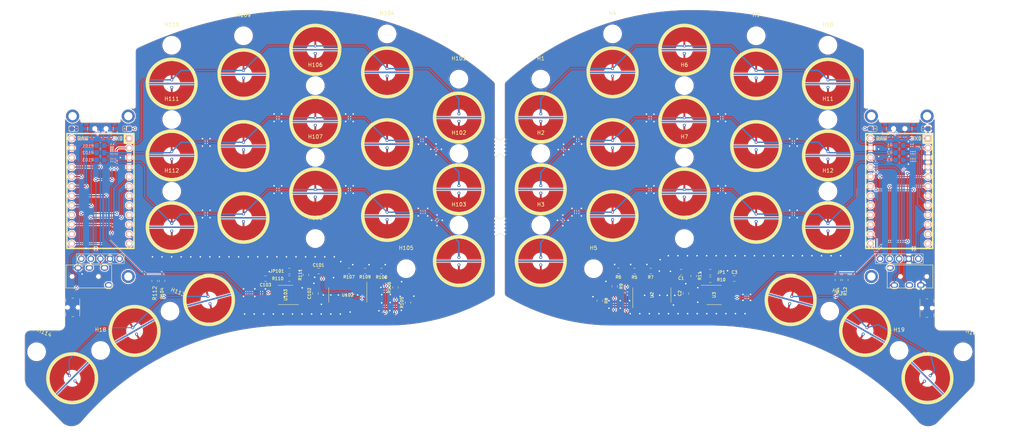
<source format=kicad_pcb>
(kicad_pcb (version 20221018) (generator pcbnew)
  (layers (0 "F.Cu" signal) (31 "B.Cu" signal) (34 "B.Paste" user) (35 "F.Paste" user) (36 "B.SilkS" user "B.Silkscreen") (37 "F.SilkS" user "F.Silkscreen") (38 "B.Mask" user) (39 "F.Mask" user) (44 "Edge.Cuts" user))
  (net 0 "")
  (net 1 "+3.3V")
  (net 2 "GND")
  (net 3 "APLEX_OUT_PIN_0")
  (net 4 "MOSI")
  (net 5 "SCK")
  (net 6 "CS")
  (net 8 "BAT+")
  (net 9 "RAW")
  (net 10 "Net-(R1-Pad1)")
  (net 11 "ROW0")
  (net 12 "ROW1")
  (net 13 "Net-(R2-Pad2)")
  (net 14 "ROW2")
  (net 15 "Net-(R3-Pad2)")
  (net 16 "COL0")
  (net 17 "COL1")
  (net 18 "COL2")
  (net 19 "COL3")
  (net 20 "COL4")
  (net 21 "Net-(JP1-A)")
  (net 22 "ADC")
  (net 23 "DATA")
  (net 24 "RESET")
  (net 25 "APLEX_EN_PIN_0")
  (net 26 "AMUX_SEL_2")
  (net 27 "AMUX_SEL_1")
  (net 28 "AMUX_SEL_0")
  (net 29 "Net-(R4-Pad2)")
  (net 30 "ROW3")
  (net 31 "BAT+_R")
  (net 32 "APLEX_OUT_PIN_0_R")
  (net 33 "MOSI_R")
  (net 34 "SCK_R")
  (net 35 "CS_R")
  (net 37 "DATA_R")
  (net 38 "Net-(JP101-A)")
  (net 39 "ADC_R")
  (net 41 "RAW_R")
  (net 42 "Net-(R101-Pad1)")
  (net 43 "ROW0_R")
  (net 44 "ROW1_R")
  (net 45 "Net-(R102-Pad2)")
  (net 46 "ROW2_R")
  (net 47 "Net-(R103-Pad2)")
  (net 48 "ROW3_R")
  (net 49 "Net-(R104-Pad2)")
  (net 50 "COL3_R")
  (net 51 "COL2_R")
  (net 52 "COL4_R")
  (net 53 "COL0_R")
  (net 54 "COL1_R")
  (net 55 "RESET_R")
  (net 56 "APLEX_EN_PIN_0_R")
  (net 57 "AMUX_SEL_2_R")
  (net 58 "AMUX_SEL_1_R")
  (net 59 "AMUX_SEL_0_R")
  (net 60 "GND_R")
  (net 61 "+3.3V_R")
  (net 62 "HAND")
  (net 64 "POWER")
  (net 67 "POWER_R")
  (net 68 "HAND_R")
  (footprint "tako:bat_pin-" (layer "F.Cu") (at 38.15548 57.819423)
    (fp_text reference "BAT_HOLE-101" hide)
    (fp_text value "MountingHole_Pad" hide)
  )
  (footprint "MountingHole:MountingHole_4.5mm" (layer "F.Cu") (at 140.906339 83.435489)
    (fp_text reference "H103")
    (fp_text value "MountingHole")
  )
  (footprint "Resistor_SMD:R_0805_2012Metric_Pad1.20x1.40mm_HandSolder" (layer "F.Cu") (at 95.923373 95.592136 180)
    (fp_text reference "JP101")
    (fp_text value "Ext_Res")
  )
  (footprint "Capacitor_SMD:C_0805_2012Metric_Pad1.18x1.45mm_HandSolder" (layer "F.Cu") (at 213.988549 97.598989 180)
    (fp_text reference "C3")
    (fp_text value "100n")
  )
  (footprint "MountingHole:MountingHole_4.5mm" (layer "F.Cu") (at 162.639543 44.666058)
    (fp_text reference "H1")
    (fp_text value "MountingHole")
  )
  (footprint "Resistor_SMD:R_0805_2012Metric_Pad1.20x1.40mm_HandSolder" (layer "F.Cu") (at 243.439963 97.966057 -90)
    (fp_text reference "R12")
    (fp_text value "5.1k")
  )
  (footprint "Resistor_SMD:R_0805_2012Metric_Pad1.20x1.40mm_HandSolder" (layer "F.Cu") (at 111.741405 95.592136)
    (fp_text reference "R107")
    (fp_text value "100k")
  )
  (footprint "tako:ecs_pad_1U_no_ring" (layer "F.Cu") (at 238.839549 45.859992 90)
    (fp_text reference "SW5")
    (fp_text value "EC_SW" hide)
  )
  (footprint "tako:ecs_pad_1U_no_ring" (layer "F.Cu") (at 200.73955 74.959991 90)
    (fp_text reference "SW13")
    (fp_text value "EC_SW" hide)
  )
  (footprint "tako:ecs_pad_1U_no_ring" (layer "F.Cu") (at 140.906339 92.960495 90)
    (fp_text reference "SW111")
    (fp_text value "EC_SW" hide)
  )
  (footprint "tako:ecs_pad_1U_no_ring" (layer "F.Cu") (at 181.68955 80.9605 90)
    (fp_text reference "SW12")
    (fp_text value "EC_SW" hide)
  )
  (footprint "tako:ecs_pad_1U_no_ring" (layer "F.Cu") (at 102.806345 36.859995 90)
    (fp_text reference "SW103")
    (fp_text value "EC_SW" hide)
  )
  (footprint "MountingHole:MountingHole_4.5mm" (layer "F.Cu") (at 140.90635 64.38549)
    (fp_text reference "H102")
    (fp_text value "MountingHole")
  )
  (footprint "Button_Switch_SMD:Panasonic_EVQPUL_EVQPUC" (layer "F.Cu") (at 265.115971 105.420627 -90)
    (fp_text reference "RSW1" hide)
    (fp_text value "Reset")
  )
  (footprint "Package_SO:SOIC-8_3.9x4.9mm_P1.27mm" (layer "F.Cu") (at 94.923371 101.937135 180)
    (fp_text reference "U103")
    (fp_text value "OPA350")
  )
  (footprint "tako:ecs_pad_1U_no_ring" (layer "F.Cu") (at 219.78955 43.360005 90)
    (fp_text reference "SW4")
    (fp_text value "EC_SW" hide)
  )
  (footprint "MountingHole:MountingHole_4.5mm" (layer "F.Cu") (at 45.82999 116.671093)
    (fp_text reference "H18")
    (fp_text value "MountingHole")
  )
  (footprint "tako:ecs_pad_1U_no_ring" (layer "F.Cu") (at 238.839549 83.959994 90)
    (fp_text reference "SW15")
    (fp_text value "EC_SW" hide)
  )
  (footprint "tako:ecs_pad_1U_no_ring" (layer "F.Cu") (at 162.639552 73.910492 90)
    (fp_text reference "SW6")
    (fp_text value "EC_SW" hide)
  )
  (footprint "Resistor_SMD:R_0805_2012Metric_Pad1.20x1.40mm_HandSolder" (layer "F.Cu") (at 116.05734 95.592136)
    (fp_text reference "R109")
    (fp_text value "100k")
  )
  (footprint "tako:mouse-bite-5mm-slot-with-space-for-track" (layer "F.Cu") (at 151.769549 62.710491)
    (fp_text reference "mouse-bite-2mm-slot" hide)
    (fp_text value "VAL**" hide)
  )
  (footprint "Resistor_SMD:R_0805_2012Metric_Pad1.20x1.40mm_HandSolder" (layer "F.Cu") (at 191.804486 95.592133 180)
    (fp_text reference "R7")
    (fp_text value "100k")
  )
  (footprint "Package_SO:SOIC-8_3.9x4.9mm_P1.27mm" (layer "F.Cu") (at 208.622514 101.937135)
    (fp_text reference "U3")
    (fp_text value "OPA350")
  )
  (footprint "tako:bat_pin+" (layer "F.Cu") (at 250.116908 57.819421)
    (fp_text reference "BAT_HOLE+1" hide)
    (fp_text value "MountingHole_Pad" hide)
  )
  (footprint "tako:ecs_pad_1U_no_ring" (layer "F.Cu") (at 64.706339 45.859993 90)
    (fp_text reference "SW105")
    (fp_text value "EC_SW" hide)
  )
  (footprint "MountingHole:MountingHole_4.5mm" (layer "F.Cu") (at 219.789549 33.166058)
    (fp_text reference "H9")
    (fp_text value "MountingHole")
  )
  (footprint "MountingHole:MountingHole_4.5mm" (layer "F.Cu") (at 64.706339 35.666056)
    (fp_text reference "H110")
    (fp_text value "MountingHole")
  )
  (footprint "tako:ecs_pad_1U_no_ring" (layer "F.Cu") (at 83.75634 43.360003 90)
    (fp_text reference "SW104")
    (fp_text value "EC_SW" hide)
  )
  (footprint "tako:M2_hole_3.5mm" (layer "F.Cu") (at 53.181889 54.480531)
    (fp_text reference "H115" hide)
    (fp_text value "MountingHole" hide)
  )
  (footprint "tako:ecs_pad_1U_no_ring" (layer "F.Cu") (at 200.73954 36.859996 90)
    (fp_text reference "SW3")
    (fp_text value "EC_SW" hide)
  )
  (footprint "MountingHole:MountingHole_4.5mm" (layer "F.Cu") (at 102.806338 86.959989)
    (fp_text reference "H108")
    (fp_text value "MountingHole")
  )
  (footprint "tako:ecs_pad_1U_no_ring_90deg" (layer "F.Cu") (at 38.296377 124.047384 -135)
    (fp_text reference "SW116")
    (fp_text value "EC_SW" hide)
  )
  (footprint "MountingHole:MountingHole_4.5mm" (layer "F.Cu") (at 238.839551 35.666058)
    (fp_text reference "H10")
    (fp_text value "MountingHole")
  )
  (footprint "tako:M2_hole_3.5mm" (layer "F.Cu") (at 250.364002 97.039421 90)
    (fp_text reference "H17" hide)
    (fp_text value "MountingHole" hide)
  )
  (footprint "tako:ecs_pad_1U_no_ring" (layer "F.Cu") (at 162.63955 92.960494 90)
    (fp_text reference "SW11")
    (fp_text value "EC_SW" hide)
  )
  (footprint "Resistor_SMD:R_0805_2012Metric_Pad1.20x1.40mm_HandSolder" (layer "F.Cu") (at 127.410896 103.957579 90)
    (fp_text reference "R105")
    (fp_text value "100k")
  )
  (footprint "Resistor_SMD:R_0805_2012Metric_Pad1.20x1.40mm_HandSolder" (layer "F.Cu") (at 95.923372 97.592136 180)
    (fp_text reference "R110")
    (fp_text value "100k")
  )
  (footprint "Capacitor_SMD:C_0805_2012Metric_Pad1.18x1.45mm_HandSolder" (layer "F.Cu") (at 102.839547 101.542134 90)
    (fp_text reference "C102")
    (fp_text value "220p")
  )
  (footprint "MountingHole:MountingHole_4.5mm" (layer "F.Cu") (at 126.906338 94.960499)
    (fp_text reference "H105")
    (fp_text value "MountingHole")
  )
  (footprint "MountingHole:MountingHole_4.5mm" (layer "F.Cu") (at 239.297894 106.243092 -22.5)
    (fp_text reference "H13")
    (fp_text value "MountingHole")
  )
  (footprint "MountingHole:MountingHole_4.5mm" (layer "F.Cu") (at 162.639541 64.385492)
    (fp_text reference "H2")
    (fp_text value "MountingHole")
  )
  (footprint "MountingHole:MountingHole_4.5mm" (layer "F.Cu") (at 64.706342 74.434994)
    (fp_text reference "H112")
    (fp_text value "MountingHole")
  )
  (footprint "MountingHole:MountingHole_4.5mm" (layer "F.Cu") (at 176.63955 94.960499)
    (fp_text reference "H5")
    (fp_text value "MountingHole")
  )
  (footprint "Capacitor_SMD:C_0805_2012Metric_Pad1.18x1.45mm_HandSolder" (layer "F.Cu") (at 199.860014 95.898991)
    (fp_text reference "C1")
    (fp_text value "100n")
  )
  (footprint "Resistor_SMD:R_0805_2012Metric_Pad1.20x1.40mm_HandSolder" (layer "F.Cu") (at 120.373278 95.592134)
    (fp_text reference "R108")
    (fp_text value "100k")
  )
  (footprint "MountingHole:MountingHole_4.5mm" (layer "F.Cu") (at 64.24799 106.243093 -22.5)
    (fp_text reference "H113")
    (fp_text value "MountingHole")
  )
  (footprint "tako:M2_hole_3.5mm" (layer "F.Cu") (at 38.400564 54.480077)
    (fp_text reference "H116" hide)
    (fp_text value "MountingHole" hide)
  )
  (footprint "MountingHole:MountingHole_4.5mm" (layer "F.Cu") (at 121.85634 32.666056)
    (fp_text reference "H104")
    (fp_text value "MountingHole")
  )
  (footprint "MountingHole:MountingHole_4.5mm" (layer "F.Cu") (at 102.806347 65.434996)
    (fp_text reference "H107")
    (fp_text value "MountingHole")
  )
  (footprint "Resistor_SMD:R_0805_2012Metric_Pad1.20x1.40mm_HandSolder" (layer "F.Cu") (at 182.23855 99.64899 90)
    (fp_text reference "R9")
    (fp_text value "100k")
  )
  (footprint "tako:M2_hole_3.5mm" (layer "F.Cu") (at 250.364001 54.480531)
    (fp_text reference "H15" hide)
    (fp_text value "MountingHole" hide)
  )
  (footprint "Resistor_SMD:R_0805_2012Metric_Pad1.20x1.40mm_HandSolder" (layer "F.Cu") (at 183.238547 95.542492 180)
    (fp_text reference "R6")
    (fp_text value "100k")
  )
  (footprint "tako:ecs_pad_1U_no_ring" (layer "F.Cu") (at 181.689546 42.860498 90)
    (fp_text reference "SW2")
    (fp_text value "EC_SW" hide)
  )
  (footprint "tako:TRRS-PJ-320A" (layer "F.Cu") (at 266.665975 97.039423 -90)
    (fp_text reference "J1")
    (fp_text value "MJ-4PP-9")
  )
  (footprint "Capacitor_SMD:C_0805_2012Metric_Pad1.18x1.45mm_HandSolder" (layer "F.Cu") (at 201.122517 101.542491 90)
    (fp_text reference "C2")
    (fp_text value "220p")
  )
  (footprint "Resistor_SMD:R_0805_2012Metric_Pad1.20x1.40mm_HandSolder" (layer "F.Cu") (at 187.488548 95.592136 180)
    (fp_text reference "R5")
    (fp_text value "100k")
  )
  (footprint "tako:ecs_pad_1U_no_ring_90deg" (layer "F.Cu") (at 248.689516 111.480384 150)
    (fp_text reference "SW17")
    (fp_text value "EC_SW" hide)
  )
  (footprint "tako:ecs_pad_1U_no_ring" (layer "F.Cu") (at 219.78955 62.409994 90)
    (fp_text reference "SW9")
    (fp_text value "EC_SW" hide)
  )
  (footprint "MountingHole:MountingHole_4.5mm" (layer "F.Cu") (at 274.694073 117.01475 -22.5)
    (fp_text reference "H14")
    (fp_text value "MountingHole")
  )
  (footprint "MountingHole:MountingHole_4.5mm" (layer "F.Cu") (at 28.851834 117.014598 -22.5)
    (fp_text reference "H114")
    (fp_text value "MountingHole")
  )
  (footprint "tako:ecs_pad_1U_no_ring" (layer "F.Cu") (at 181.689551 61.910495 90)
    (fp_text reference "SW7")
    (fp_text value "EC_SW" hide)
  )
  (footprint "tako:ecs_pad_1U_no_ring" (layer "F.Cu") (at 219.789545 81.459993 90)
    (fp_text reference "SW14")
    (fp_text value "EC_SW" hide)
  )
  (footprint "tako:M2_hole_3.5mm" (layer "F.Cu") (at 53.181888 97.039423)
    (fp_text reference "H117" hide)
    (fp_text value "MountingHole" hide)
  )
  (footprint "tako:ecs_pad_1U_no_ring" (layer "F.Cu") (at 162.63954 54.860494 90)
    (fp_text reference "SW1")
    (fp_text value "EC_SW" hide)
  )
  (footprint "Resistor_SMD:R_0805_2012Metric_Pad1.20x1.40mm_HandSolder" (layer "F.Cu") (at 207.622514 97.89899)
    (fp_text reference "R10")
    (fp_text value "100k")
  )
  (footprint "tako:ecs_pad_1U_no_ring" (layer "F.Cu") (at 83.756343 81.459993 90)
    (fp_text reference "SW114")
    (fp_text value "EC_SW" hide)
  )
  (footprint "MountingHole:MountingHole_4.5mm" (layer "F.Cu") (at 238.839549 74.434995)
    (fp_text reference "H12")
    (fp_text value "MountingHole")
  )
  (footprint "Resistor_SMD:R_0805_2012Metric_Pad1.20x1.40mm_HandSolder" (layer "F.Cu") (at 100.323371 96.592137 90)
    (fp_text reference "R111")
    (fp_text value "1k")
  )
  (footprint "MountingHole:MountingHole_4.5mm" (layer "F.Cu") (at 200.739542 46.384998)
    (fp_text reference "H6")
    (fp_text value "MountingHole")
  )
  (footprint "tako:ecs_pad_1U_no_ring" (layer "F.Cu") (at 238.839548 64.909997 90)
    (fp_text reference "SW10")
    (fp_text value "EC_SW" hide)
  )
  (footprint "tako:ecs_pad_1U_no_ring" (layer "F.Cu") (at 121.856339 61.910496 90)
    (fp_text reference "SW107")
    (fp_text value "EC_SW" hide)
  )
  (footprint "tako:mouse-bite-5mm-slot-with-space-for-track" (layer "F.Cu") (at 151.769551 83.710492)
    (fp_text reference "mouse-bite-2mm-slot" hide)
    (fp_text value "VAL**" hide)
  )
  (footprint "tako:ecs_pad_1U_no_ring" (layer "F.Cu") (at 121.856343 42.860499 90)
    (fp_text reference "SW102")
    (fp_text value "EC_SW" hide)
  )
  (footprint "Resistor_SMD:R_0805_2012Metric_Pad1.20x1.40mm_HandSolder" (layer "F.Cu") (at 178.304486 103.459424 90)
    (fp_text reference "R8")
    (fp_text value "100k")
  )
  (footprint "MountingHole:MountingHole_4.5mm" (layer "F.Cu") (at 140.906345 44.666058)
    (fp_text reference "H101")
    (fp_text value "MountingHole")
  )
  (footprint "Package_SO:SOIC-16_3.9x9.9mm_P1.27mm" (layer "F.Cu") (at 192.122517 101.937137 90)
    (fp_text reference "U2")
    (fp_text value "74HC4051")
  )
  (footprint "Resistor_SMD:R_0805_2012Metric_Pad1.20x1.40mm_HandSolder" (layer "F.Cu") (at 207.622517 95.898992)
    (fp_text reference "JP1")
    (fp_text value "Ext_Res")
  )
  (footprint "tako:ecs_pad_1U_no_ring_90deg" (layer "F.Cu") (at 74.603297 103.300695 -165)
    (fp_text reference "SW118")
    (fp_text value "EC_SW" hide)
  )
  (footprint "tako:bat_pin+" (layer "F.Cu") (at 53.428978 57.819423 180)
    (fp_text reference "BAT_HOLE+101" hide)
    (fp_text value "MountingHole_Pad" hide)
  )
  (footprint "MountingHole:MountingHole_4.5mm" (layer "F.Cu") (at 181.689545 32.666057)
    (fp_text reference "H4")
    (fp_text value "MountingHole")
  )
  (footprint "tako:ecs_pad_1U_no_ring" (layer "F.Cu") (at 83.756338 62.409992 90)
    (fp_text reference "SW109")
    (fp_text value "EC_SW" hide)
  )
  (footprint "MountingHole:MountingHole_4.5mm" (layer "F.Cu") (at 238.839549 55.384995)
    (fp_text reference "H11")
    (fp_text value "MountingHole")
  )
  (footprint "tako:ecs_pad_1U_no_ring_90deg" (layer "F.Cu") (at 228.942589 103.300695 165)
    (fp_text reference "SW18")
    (fp_text value "EC_SW" hide)
  )
  (footprint "tako:ecs_pad_1U_no_ring" (layer "F.Cu") (at 200.739544 55.909999 90)
    (fp_text reference "SW8")
    (fp_text value "EC_SW" hide)
  )
  (footprint "tako:nice_view" (layer "F.Cu") (at 257.75433 75.852635)
    (fp_text reference "DISP1")
    (fp_text value "nice!view" hide)
  )
  (footprint "tako:nice_view" (layer "F.Cu") (at 45.791557 75.852635)
    (fp_text reference "DISP101")
    (fp_text value "nice!view" hide)
  )
  (footprint "Capacitor_SMD:C_0805_2012Metric_Pad1.18x1.45mm_HandSolder" (layer "F.Cu") (at 103.68587 95.592135 180)
    (fp_text reference "C101")
    (fp_text value "100n")
  )
  (footprint "tako:ecs_pad_1U_no_ring" (layer "F.Cu") (at 121.856338 80.960495 90)
    (fp_text reference "SW112")
    (fp_text value "EC_SW" hide)
  )
  (footprint "tako:ecs_pad_1U_no_ring_90deg" (layer "F.Cu") (at 54.856377 111.480384 -150)
    (fp_text reference "SW117")
    (fp_text value "EC_SW" hide)
  )
  (footprint "MountingHole:MountingHole_4.5mm" (layer "F.Cu") (at 83.756337 33.166058)
    (fp_text reference "H109")
    (fp_text value "MountingHole")
  )
  (footprint "tako:M2_hole_3.5mm" (layer "F.Cu") (at 265.145326 54.480079)
    (fp_text reference "H16" hide)
    (fp_text value "MountingHole" hide)
  )
  (footprint "tako:ecs_pad_1U_no_ring" (layer "F.Cu") (at 102.806341 55.909999 90)
    (fp_text reference "SW108")
    (fp_text value "EC_SW" hide)
  )
  (footprint "tako:ecs_pad_1U_no_ring" (layer "F.Cu") (at 140.906336 73.910494 90)
    (fp_text reference "SW106")
    (fp_text value "EC_SW" hide)
  )
  (footprint "MountingHole:MountingHole_4.5mm" (layer "F.Cu") (at 200.739541 65.434995)
    (fp_text reference "H7")
    (fp_text value "MountingHole")
  )
  (footprint "tako:ecs_pad_1U_no_ring" (layer "F.Cu") (at 140.906348 54.860496 90)
    (fp_text reference "SW101")
    (fp_text value "EC_SW" hide)
  )
  (footprint "tako:bat_pin-" (layer "F.Cu") (at 265.390409 57.819423 180)
    (fp_text reference "BAT_HOLE-1" hide)
    (fp_text value "MountingHole_Pad" hide)
  )
  (footprint "Capacitor_SMD:C_0805_2012Metric_Pad1.18x1.45mm_HandSolder" (layer "F.Cu") (at 89.589547 97.592135)
    (fp_text reference "C103")
    (fp_text value "100n")
  )
  (footprint "tako:TRRS-PJ-320A" (layer "F.Cu") (at 36.662468 97.030596 90)
    (fp_text reference "J101")
    (fp_text value "MJ-4PP-9")
  )
  (footprint "Button_Switch_SMD:Panasonic_EVQPUL_EVQPUC" (layer "F.Cu") (at 38.437468 105.230596 90)
    (fp_text reference "RSW101" hide)
    (fp_text value "Reset")
  )
  (footprint "MountingHole:MountingHole_4.5mm" (layer "F.Cu") (at 64.706336 55.384996)
    (fp_text reference "H111")
    (fp_text value "MountingHole")
  )
  (footprint "tako:ecs_pad_1U_no_ring_90deg" (layer "F.Cu") (at 265.249073 124.04775 135)
    (fp_text reference "SW16")
    (fp_text value "EC_SW" hide)
  )
  (footprint "Package_SO:SOIC-16_3.9x9.9mm_P1.27mm" (layer "F.Cu") (at 111.423373 101.937136 -90)
    (fp_text reference "U102")
    (fp_text value "74HC4051")
  )
  (footprint "Resistor_SMD:R_0805_2012Metric_Pad1.20x1.40mm_HandSolder" (layer "F.Cu") (at 203.222517 96.89899 90)
    (fp_text reference "R11")
    (fp_text value "1k")
  )
  (footprint "Resistor_SMD:R_0805_2012Metric_Pad1.20x1.40mm_HandSolder" (layer "F.Cu") (at 124.060895 99.95758 90)
    (fp_text reference "R106")
    (fp_text value "100k")
  )
  (footprint "MountingHole:MountingHole_4.5mm" (layer "F.Cu") (at 162.63955 83.435488)
    (fp_text reference "H3")
    (fp_text value "MountingHole")
  )
  (footprint "Resistor_SMD:R_0805_2012Metric_Pad1.20x1.40mm_HandSolder" (layer "F.Cu") (at 241.489549 97.959989 -90)
    (fp_text reference "R4")
    (fp_text value "100")
  )
  (footprint "MountingHole:MountingHole_4.5mm" (layer "F.Cu") (at 257.715972 116.670626)
    (fp_text reference "H19")
    (fp_text value "MountingHole")
  )
  (footprint "Resistor_SMD:R_0805_2012Metric_Pad1.20x1.40mm_HandSolder" (layer "F.Cu") (at 62.158122 98.216057 -90)
    (fp_text reference "R104")
    (fp_text value "100")
  )
  (footprint "Resistor_SMD:R_0805_2012Metric_Pad1.20x1.40mm_HandSolder" (layer "F.Cu") (at 60.189965 98.216057 -90)
    (fp_text reference "R112")
    (fp_text value "5.1k")
  )
  (footprint "MountingHole:MountingHole_4.5mm" (layer "F.Cu") (at 200.739548 86.959992)
    (fp_text reference "H8")
    (fp_text value "MountingHole")
  )
  (footprint "tako:ecs_pad_1U_no_ring" (layer "F.Cu") (at 64.706339 83.959995 90)
    (fp_text reference "SW115")
    (fp_text value "EC_SW" hide)
  )
  (footprint "MountingHole:MountingHole_4.5mm" (layer "F.Cu") (at 102.806346 46.384994)
    (fp_text reference "H106")
    (fp_text value "MountingHole")
  )
  (footprint "tako:ecs_pad_1U_no_ring" (layer "F.Cu") (at 102.80634 74.959989 90)
    (fp_text reference "SW113")
    (fp_text value "EC_SW" hide)
  )
  (footprint "tako:ecs_pad_1U_no_ring" (layer "F.Cu") (at 64.70634 64.909997 90)
    (fp_text reference "SW110")
    (fp_text value "EC_SW" hide)
  )
  (footprint "tako:SW_SPDT_SMD_PCM12" (layer "B.Cu") (at 257.75458 58.142138)
    (fp_text reference "PSW1" hide)
    (fp_text value "SW_SPDT")
  )
  (footprint "Resistor_SMD:R_0805_2012Metric_Pad1.20x1.40mm_HandSolder" (layer "B.Cu") (at 45.773372 62.242136 180)
    (fp_text reference "R101")
    (fp_text value "100")
  )
  (footprint "tako:SW_SPDT_SMD_PCM12" (layer "B.Cu") (at 45.791307 58.142135)
    (fp_text reference "PSW101" hide)
    (fp_text value "SW_SPDT")
  )
  (footprint "Resistor_SMD:R_0805_2012Metric_Pad1.20x1.40mm_HandSolder" (layer "B.Cu") (at 45.773374 64.192135)
    (fp_text reference "R102")
    (fp_text value "100")
  )
  (footprint "tako:ArduinoProMicro" (layer "B.Cu") (at 257.754575 74.343659 -90)
    (fp_text reference "U1" hide)
    (fp_text value "STeMCell" hide)
  )
  (footprint "Resistor_SMD:R_0805_2012Metric_Pad1.20x1.40mm_HandSolder" (layer "B.Cu") (at 257.772518 66.142134 180)
    (fp_text reference "R3")
    (fp_text value "100")
  )
  (footprint "tako:ArduinoProMicro" (layer "B.Cu") (at 45.791311 74.343658 -90)
    (fp_text reference "U101" hide)
    (fp_text value "STeMCell" hide)
  )
  (footprint "Resistor_SMD:R_0805_2012Metric_Pad1.20x1.40mm_HandSolder" (layer "B.Cu") (at 257.772513 64.192137 180)
    (fp_text reference "R2")
    (fp_text value "100")
  )
  (footprint "Resistor_SMD:R_0805_2012Metric_Pad1.20x1.40mm_HandSolder" (layer "B.Cu") (at 257.772514 62.242136)
    (fp_text reference "R1")
    (fp_text value "100")
  )
  (footprint "Resistor_SMD:R_0805_2012Metric_Pad1.20x1.40mm_HandSolder" (layer "B.Cu") (at 45.773372 66.142134)
    (fp_text reference "R103")
    (fp_text value "100")
  )
  (gr_line (start 150.820443 60.166057) (end 150.430942 60.166057) (stroke (width 0.05)) (layer "Edge.Cuts"))
  (gr_line (start 276.294057 111.364599) (end 268.643644 111.364387) (stroke (width 0.1)) (layer "Edge.Cuts"))
  (gr_arc (start 36.401834 109.839598) (mid 35.96412 110.908913) (end 34.902247 111.364386) (stroke (width 0.1)) (layer "Edge.Cuts"))
  (gr_arc (start 277.819057 124.214599) (mid 277.670378 125.263417) (end 277.24832 126.23501) (stroke (width 0.1)) (layer "Edge.Cuts"))
  (gr_arc (start 202.739289 26.334575) (mid 225.817109 28.876226) (end 247.788744 36.379091) (stroke (width 0.05)) (layer "Edge.Cuts"))
  (gr_line (start 153.114941 86.246058) (end 153.114943 101.485645) (stroke (width 0.05)) (layer "Edge.Cuts"))
  (gr_line (start 153.114939 81.166058) (end 153.114941 65.246057) (stroke (width 0.05)) (layer "Edge.Cuts"))
  (gr_line (start 36.400943 94.264806) (end 36.400629 54.48004) (stroke (width 0.05)) (layer "Edge.Cuts"))
  (gr_line (start 153.11494 60.166058) (end 152.725439 60.166059) (stroke (width 0.05)) (layer "Edge.Cuts"))
  (gr_line (start 248.364002 51.980529) (end 248.364002 37.284666) (stroke (width 0.05)) (layer "Edge.Cuts"))
  (gr_arc (start 153.588342 102.335003) (mid 153.241253 101.971847) (end 153.114943 101.485645) (stroke (width 0.05)) (layer "Edge.Cuts"))
  (gr_arc (start 263.145135 54.479892) (mid 263.730941 53.065606) (end 265.145268 52.479904) (stroke (width 0.05)) (layer "Edge.Cuts"))
  (gr_line (start 36.401834 109.839598) (end 36.400943 94.264806) (stroke (width 0.1)) (layer "Edge.Cuts"))
  (gr_arc (start 181.689856 110.03599) (mid 167.121062 108.075856) (end 153.588342 102.335003) (stroke (width 0.05)) (layer "Edge.Cuts"))
  (gr_line (start 207.751735 110.035651) (end 181.689856 110.03599) (stroke (width 0.05)) (layer "Edge.Cuts"))
  (gr_arc (start 150.107141 45.349091) (mid 150.346476 45.68338) (end 150.430939 46.085746) (stroke (width 0.05)) (layer "Edge.Cuts"))
  (gr_line (start 35.746711 135.879352) (end 26.297571 126.235009) (stroke (width 0.1)) (layer "Edge.Cuts"))
  (gr_arc (start 40.579026 135.740784) (mid 38.189867 136.751583) (end 35.746711 135.879352) (stroke (width 0.05)) (layer "Edge.Cuts"))
  (gr_line (start 153.114948 46.085744) (end 153.11494 60.166058) (stroke (width 0.05)) (layer "Edge.Cuts"))
  (gr_arc (start 51.181954 54.480492) (mid 51.767668 53.066165) (end 53.181941 52.480355) (stroke (width 0.05)) (layer "Edge.Cuts"))
  (gr_line (start 248.864006 52.480527) (end 250.363944 52.480355) (stroke (width 0.05)) (layer "Edge.Cuts"))
  (gr_arc (start 55.181884 51.980529) (mid 55.035393 52.334016) (end 54.681882 52.480529) (stroke (width 0.05)) (layer "Edge.Cuts"))
  (gr_arc (start 250.363944 52.480355) (mid 251.778243 53.06616) (end 252.363931 54.480488) (stroke (width 0.05)) (layer "Edge.Cuts"))
  (gr_line (start 25.726834 124.214598) (end 25.726834 112.889598) (stroke (width 0.1)) (layer "Edge.Cuts"))
  (gr_arc (start 40.900935 56.229815) (mid 40.547441 56.083336) (end 40.400928 55.729819) (stroke (width 0.05)) (layer "Edge.Cuts"))
  (gr_line (start 40.400754 54.479892) (end 40.400928 55.729819) (stroke (width 0.05)) (layer "Edge.Cuts"))
  (gr_arc (start 100.806597 26.334574) (mid 127.226742 31.252932) (end 150.107141 45.349091) (stroke (width 0.05)) (layer "Edge.Cuts"))
  (gr_line (start 150.430947 101.485646) (end 150.430939 86.246058) (stroke (width 0.05)) (layer "Edge.Cuts"))
  (gr_arc (start 149.957548 102.335002) (mid 136.424833 108.075873) (end 121.856035 110.035989) (stroke (width 0.05)) (layer "Edge.Cuts"))
  (gr_line (start 252.864111 56.230419) (end 262.644956 56.229817) (stroke (width 0.05)) (layer "Edge.Cuts"))
  (gr_arc (start 276.294057 111.364599) (mid 277.372395 111.811261) (end 277.819057 112.889599) (stroke (width 0.1)) (layer "Edge.Cuts"))
  (gr_arc (start 267.79918 135.879353) (mid 265.356024 136.751584) (end 262.966865 135.740785) (stroke (width 0.05)) (layer "Edge.Cuts"))
  (gr_arc (start 153.114948 46.085744) (mid 153.199487 45.683416) (end 153.438748 45.349091) (stroke (width 0.05)) (layer "Edge.Cuts"))
  (gr_arc (start 150.430947 101.485646) (mid 150.304614 101.971836) (end 149.957548 102.335002) (stroke (width 0.05)) (layer "Edge.Cuts"))
  (gr_line (start 121.856035 110.035989) (end 95.794156 110.035649) (stroke (width 0.05)) (layer "Edge.Cuts"))
  (gr_arc (start 150.82044 65.246057) (mid 151.772937 64.601277) (end 152.725442 65.246058) (stroke (width 0.05)) (layer "Edge.Cuts"))
  (gr_line (start 267.145259 54.480041) (end 267.144942 94.264804) (stroke (width 0.05)) (layer "Edge.Cuts"))
  (gr_arc (start 40.579027 135.740785) (mid 65.363051 116.823198) (end 95.794156 110.03565) (stroke (width 0.05)) (layer "Edge.Cuts"))
  (gr_arc (start 55.757144 36.379092) (mid 77.728776 28.876213) (end 100.806597 26.334574) (stroke (width 0.05)) (layer "Edge.Cuts"))
  (gr_arc (start 248.864006 52.480527) (mid 248.510461 52.334073) (end 248.364002 51.980529) (stroke (width 0.05)) (layer "Edge.Cuts"))
  (gr_line (start 150.820439 81.166058) (end 150.43094 81.166057) (stroke (width 0.05)) (layer "Edge.Cuts"))
  (gr_arc (start 152.725439 60.166059) (mid 151.772936 60.811088) (end 150.820442 60.166058) (stroke (width 0.05)) (layer "Edge.Cuts"))
  (gr_line (start 40.900935 56.229815) (end 50.681774 56.230421) (stroke (width 0.05)) (layer "Edge.Cuts"))
  (gr_line (start 252.363931 54.480488) (end 252.364104 55.730421) (stroke (width 0.05)) (layer "Edge.Cuts"))
  (gr_arc (start 26.297571 126.235009) (mid 25.875513 125.263416) (end 25.726834 124.214598) (stroke (width 0.1)) (layer "Edge.Cuts"))
  (gr_line (start 55.181887 37.284664) (end 55.181884 51.980529) (stroke (width 0.05)) (layer "Edge.Cuts"))
  (gr_line (start 153.114941 65.246057) (end 152.725441 65.246057) (stroke (width 0.05)) (layer "Edge.Cuts"))
  (gr_arc (start 263.14496 55.72982) (mid 262.998476 56.08334) (end 262.644956 56.229817) (stroke (width 0.05)) (layer "Edge.Cuts"))
  (gr_line (start 267.144948 94.264807) (end 267.144057 109.839599) (stroke (width 0.1)) (layer "Edge.Cuts"))
  (gr_arc (start 207.751735 110.035651) (mid 238.182841 116.823197) (end 262.966864 135.740786) (stroke (width 0.05)) (layer "Edge.Cuts"))
  (gr_line (start 150.82044 65.246057) (end 150.430942 65.246058) (stroke (width 0.05)) (layer "Edge.Cuts"))
  (gr_line (start 51.181785 55.730423) (end 51.181954 54.480492) (stroke (width 0.05)) (layer "Edge.Cuts"))
  (gr_arc (start 252.864111 56.230419) (mid 252.51053 56.083972) (end 252.364104 55.730421) (stroke (width 0.05)) (layer "Edge.Cuts"))
  (gr_line (start 150.820439 86.246058) (end 150.430939 86.246058) (stroke (width 0.05)) (layer "Edge.Cuts"))
  (gr_arc (start 150.820442 86.246058) (mid 151.772937 85.601217) (end 152.725437 86.24606) (stroke (width 0.05)) (layer "Edge.Cuts"))
  (gr_line (start 150.430942 60.166057) (end 150.430939 46.085746) (stroke (width 0.05)) (layer "Edge.Cuts"))
  (gr_arc (start 25.726834 112.889598) (mid 26.173496 111.81126) (end 27.251834 111.364598) (stroke (width 0.1)) (layer "Edge.Cuts"))
  (gr_arc (start 152.725437 81.16606) (mid 151.772935 81.811023) (end 150.820441 81.166058) (stroke (width 0.05)) (layer "Edge.Cuts"))
  (gr_arc (start 153.438748 45.349091) (mid 176.319144 31.252928) (end 202.739289 26.334575) (stroke (width 0.05)) (layer "Edge.Cuts"))
  (gr_arc (start 38.400617 52.479902) (mid 39.814931 53.065614) (end 40.400754 54.479892) (stroke (width 0.05)) (layer "Edge.Cuts"))
  (gr_arc (start 247.788744 36.379091) (mid 248.208059 36.748229) (end 248.364002 37.284666) (stroke (width 0.05)) (layer "Edge.Cuts"))
  (gr_arc (start 265.145268 52.479904) (mid 266.559447 53.06581) (end 267.145259 54.480041) (stroke (width 0.05)) (layer "Edge.Cuts"))
  (gr_line (start 263.14496 55.72982) (end 263.145135 54.479892) (stroke (width 0.05)) (layer "Edge.Cuts"))
  (gr_arc (start 55.181887 37.284664) (mid 55.33784 36.748228) (end 55.757144 36.379092) (stroke (width 0.05)) (layer "Edge.Cuts"))
  (gr_line (start 153.114939 81.166058) (end 152.725439 81.166055) (stroke (width 0.05)) (layer "Edge.Cuts"))
  (gr_line (start 150.430942 65.246058) (end 150.43094 81.166057) (stroke (width 0.05)) (layer "Edge.Cuts"))
  (gr_arc (start 268.643644 111.364387) (mid 267.581771 110.908914) (end 267.144057 109.839599) (stroke (width 0.1)) (layer "Edge.Cuts"))
  (gr_line (start 53.181941 52.480355) (end 54.681882 52.480529) (stroke (width 0.05)) (layer "Edge.Cuts"))
  (gr_arc (start 36.400629 54.48004) (mid 36.986443 53.065823) (end 38.400617 52.479902) (stroke (width 0.05)) (layer "Edge.Cuts"))
  (gr_line (start 153.114941 86.246058) (end 152.725442 86.246056) (stroke (width 0.05)) (layer "Edge.Cuts"))
  (gr_line (start 277.24832 126.23501) (end 267.79918 135.879353) (stroke (width 0.1)) (layer "Edge.Cuts"))
  (gr_line (start 277.819057 112.889599) (end 277.819057 124.214599) (stroke (width 0.1)) (layer "Edge.Cuts"))
  (gr_line (start 34.902247 111.364386) (end 27.251834 111.364598) (stroke (width 0.1)) (layer "Edge.Cuts"))
  (gr_arc (start 51.181785 55.730423) (mid 51.035352 56.083976) (end 50.681774 56.230421) (stroke (width 0.05)) (layer "Edge.Cuts"))
  (gr_text "TAKO\nREV 1.0\nBY SSBB" (at 94.689966 87.001456) (layer "F.Cu") (effects (font (size 0.8 0.8)) (justify left)))
  (gr_text "TAKO\nREV 1.0\nBY SSBB" (at 203.389965 87.001456) (layer "F.Cu") (effects (font (size 0.8 0.8)) (justify left)))
  (segment (start 245.178981 99.339422) (end 256.465971 99.339424) (width 0.35) (layer "F.Cu") (net 1))
  (segment (start 243.439965 98.966056) (end 244.805614 98.966056) (width 0.35) (layer "F.Cu") (net 1))
  (segment (start 244.805614 98.966056) (end 245.178981 99.339422) (width 0.35) (layer "F.Cu") (net 1))
  (segment (start 257.75433 95.882271) (end 257.754328 92.332635) (width 0.35) (layer "B.Cu") (net 1))
  (segment (start 257.754332 69.180423) (end 257.75433 92.332635) (width 0.35) (layer "B.Cu") (net 1))
  (segment (start 256.465971 99.339424) (end 256.465972 97.170627) (width 0.35) (layer "B.Cu") (net 1))
  (segment (start 250.134576 67.99366) (end 256.567566 67.99366) (width 0.35) (layer "B.Cu") (net 1))
  (segment (start 256.465972 97.170627) (end 257.75433 95.882271) (width 0.35) (layer "B.Cu") (net 1))
  (segment (start 256.567566 67.99366) (end 257.754332 69.180423) (width 0.35) (layer "B.Cu") (net 1))
  (via (at 260.189969 61.216057) (size 0.8) (drill 0.4) (layers "F.Cu" "B.Cu") (net 2))
  (via (at 194.088549 95.598991) (size 0.8) (drill 0.4) (layers "F.Cu" "B.Cu") (net 2))
  (via (at 186.201834 103.439598) (size 0.8) (drill 0.4) (layers "F.Cu" "B.Cu") (net 2))
  (via (at 186.488552 93.842492) (size 0.8) (drill 0.4) (layers "F.Cu" "B.Cu") (net 2))
  (via (at 234.58955 91.52999) (size 0.8) (drill 0.4) (layers "F.Cu" "B.Cu") (net 2))
  (via (at 192.676256 72.950602) (size 0.8) (drill 0.4) (layers "F.Cu" "B.Cu") (net 2))
  (via (at 229.509548 91.529992) (size 0.8) (drill 0.4) (layers "F.Cu" "B.Cu") (net 2))
  (via (at 180.73855 103.459422) (size 0.8) (drill 0.4) (layers "F.Cu" "B.Cu") (net 2))
  (via (at 173.456255 59.9006) (size 0.8) (drill 0.4) (layers "F.Cu" "B.Cu") (net 2))
  (via (at 186.368548 106.898991) (size 0.8) (drill 0.4) (layers "F.Cu" "B.Cu") (net 2))
  (via (at 232.049547 91.529992) (size 0.8) (drill 0.4) (layers "F.Cu" "B.Cu") (net 2))
  (via (at 228.676259 60.450602) (size 0.8) (drill 0.4) (layers "F.Cu" "B.Cu") (net 2))
  (via (at 230.676257 62.450599) (size 0.8) (drill 0.4) (layers "F.Cu" "B.Cu") (net 2))
  (via (at 239.669549 91.529989) (size 0.8) (drill 0.4) (layers "F.Cu" "B.Cu") (net 2))
  (via (at 224.429549 91.529989) (size 0.8) (drill 0.4) (layers "F.Cu" "B.Cu") (net 2))
  (via (at 170.089736 63.350052) (size 0.8) (drill 0.4) (layers "F.Cu" "B.Cu") (net 2))
  (via (at 218.289546 103.382637) (size 0.8) (drill 0.4) (layers "F.Cu" "B.Cu") (net 2))
  (via (at 176.488549 102.39899) (size 0.8) (drill 0.4) (layers "F.Cu" "B.Cu") (net 2))
  (via (at 173.416257 80.960603) (size 0.8) (drill 0.4) (layers "F.Cu" "B.Cu") (net 2))
  (via (at 212.190408 95.509423) (size 0.8) (drill 0.4) (layers "F.Cu" "B.Cu") (net 2))
  (via (at 190.676255 72.950602) (size 0.8) (drill 0.4) (layers "F.Cu" "B.Cu") (net 2))
  (via (at 196.489547 91.529992) (size 0.8) (drill 0.4) (layers "F.Cu" "B.Cu") (net 2))
  (via (at 204.288548 99.998989) (size 0.8) (drill 0.4) (layers "F.Cu" "B.Cu") (net 2))
  (via (at 204.148548 106.898991) (size 0.8) (drill 0.4) (layers "F.Cu" "B.Cu") (net 2))
  (via (at 216.809551 91.529992) (size 0.8) (drill 0.4) (layers "F.Cu" "B.Cu") (net 2))
  (via (at 190.804486 93.842492) (size 0.8) (drill 0.4) (layers "F.Cu" "B.Cu") (net 2))
  (via (at 204.109547 91.529992) (size 0.8) (drill 0.4) (layers "F.Cu" "B.Cu") (net 2))
  (via (at 209.676255 72.950599) (size 0.8) (drill 0.4) (layers "F.Cu" "B.Cu") (net 2))
  (via (at 216.848547 106.898991) (size 0.8) (drill 0.4) (layers "F.Cu" "B.Cu") (net 2))
  (via (at 218.28955 101.782634) (size 0.8) (drill 0.4) (layers "F.Cu" "B.Cu") (net 2))
  (via (at 192.18955 102.04049) (size 0.8) (drill 0.4) (layers "F.Cu" "B.Cu") (net 2))
  (via (at 168.675526 61.935838) (size 0.8) (drill 0.4) (layers "F.Cu" "B.Cu") (net 2))
  (via (at 170.916255 78.960598) (size 0.8) (drill 0.4) (layers "F.Cu" "B.Cu") (net 2))
  (via (at 237.129549 91.529992) (size 0.8) (drill 0.4) (layers "F.Cu" "B.Cu") (net 2))
  (via (at 228.67626 62.450601) (size 0.8) (drill 0.4) (layers "F.Cu" "B.Cu") (net 2))
  (via (at 180.73855 105.459421) (size 0.8) (drill 0.4) (layers "F.Cu" "B.Cu") (net 2))
  (via (at 196.528547 106.89899) (size 0.8) (drill 0.4) (layers "F.Cu" "B.Cu") (net 2))
  (via (at 197.840408 104.609424) (size 0.8) (drill 0.4) (layers "F.Cu" "B.Cu") (net 2))
  (via (at 183.73855 105.459423) (size 0.8) (drill 0.4) (layers "F.Cu" "B.Cu") (net 2))
  (via (at 183.73855 103.459423) (size 0.8) (drill 0.4) (layers "F.Cu" "B.Cu") (net 2))
  (via (at 168.481006 80.726494) (size 0.8) (drill 0.4) (layers "F.Cu" "B.Cu") (net 2))
  (via (at 206.688549 106.898991) (size 0.8) (drill 0.4) (layers "F.Cu" "B.Cu") (net 2))
  (via (at 214.269547 91.529991) (size 0.8) (drill 0.4) (layers "F.Cu" "B.Cu") (net 2))
  (via (at 211.676256 74.950602) (size 0.8) (drill 0.4) (layers "F.Cu" "B.Cu") (net 2))
  (via (at 221.889549 91.529991) (size 0.8) (drill 0.4) (layers "F.Cu" "B.Cu") (net 2))
  (via (at 206.649547 91.529992) (size 0.8) (drill 0.4) (layers "F.Cu" "B.Cu") (net 2))
  (via (at 192.676258 74.950601) (size 0.8) (drill 0.4) (layers "F.Cu" "B.Cu") (net 2))
  (via (at 228.676258 81.4506) (size 0.8) (drill 0.4) (layers "F.Cu" "B.Cu") (net 2))
  (via (at 190.676258 74.950603) (size 0.8) (drill 0.4) (layers "F.Cu" "B.Cu") (net 2))
  (via (at 211.66626 55.910601) (size 0.8) (drill 0.4) (layers "F.Cu" "B.Cu") (net 2))
  (via (at 179.926834 98.339598) (size 0.8) (drill 0.4) (layers "F.Cu" "B.Cu") (net 2))
  (via (at 188.90855 106.89899) (size 0.8) (drill 0.4) (layers "F.Cu" "B.Cu") (net 2))
  (via (at 230.676256 81.450604) (size 0.8) (drill 0.4) (layers "F.Cu" "B.Cu") (net 2))
  (via (at 173.456258 61.900604) (size 0.8) (drill 0.4) (layers "F.Cu" "B.Cu") (net 2))
  (via (at 199.068548 106.898989) (size 0.8) (drill 0.4) (layers "F.Cu" "B.Cu") (net 2))
  (via (at 255.088553 65.198993) (size 0.8) (drill 0.4) (layers "F.Cu" "B.Cu") (net 2))
  (via (at 211.768547 106.89899) (size 0.8) (drill 0.4) (layers "F.Cu" "B.Cu") (net 2))
  (via (at 201.608547 106.898991) (size 0.8) (drill 0.4) (layers "F.Cu" "B.Cu") (net 2))
  (via (at 199.029546 91.529991) (size 0.8) (drill 0.4) (layers "F.Cu" "B.Cu") (net 2))
  (via (at 209.666255 55.910603) (size 0.8) (drill 0.4) (layers "F.Cu" "B.Cu") (net 2))
  (via (at 201.569548 91.529992) (size 0.8) (drill 0.4) (layers "F.Cu" "B.Cu") (net 2))
  (via (at 260.189967 67.216055) (size 0.8) (drill 0.4) (layers "F.Cu" "B.Cu") (net 2))
  (via (at 260.189968 63.198991) (size 0.8) (drill 0.4) (layers "F.Cu" "B.Cu") (net 2))
  (via (at 192.676257 53.9506) (size 0.8) (drill 0.4) (layers "F.Cu" "B.Cu") (net 2))
  (via (at 194.189549 102.040493) (size 0.8) (drill 0.4) (layers "F.Cu" "B.Cu") (net 2))
  (via (at 169.895222 82.140707) (size 0.8) (drill 0.4) (layers "F.Cu" "B.Cu") (net 2))
  (via (at 190.676256 53.950602) (size 0.8) (drill 0.4) (layers "F.Cu" "B.Cu") (net 2))
  (via (at 216.289546 101.782635) (size 0.8) (drill 0.4) (layers "F.Cu" "B.Cu") (net 2))
  (via (at 171.456255 61.900602) (size 0.8) (drill 0.4) (layers "F.Cu" "B.Cu") (net 2))
  (via (at 204.98855 95.898989) (size 0.8) (drill 0.4) (layers "F.Cu" "B.Cu") (net 2))
  (via (at 198.189547 102.040493) (size 0.8) (drill 0.4) (layers "F.Cu" "B.Cu") (net 2))
  (via (at 242.209547 91.52999) (size 0.8) (drill 0.4) (layers "F.Cu" "B.Cu") (net 2))
  (via (at 214.308551 106.898991) (size 0.8) (drill 0.4) (layers "F.Cu" "B.Cu") (net 2))
  (via (at 219.349547 91.529989) (size 0.8) (drill 0.4) (layers "F.Cu" "B.Cu") (net 2))
  (via (at 260.189964 65.098991) (size 0.8) (drill 0.4) (layers "F.Cu" "B.Cu") (net 2))
  (via (at 211.666254 53.910601) (size 0.8) (drill 0.4) (layers "F.Cu" "B.Cu") (net 2))
  (via (at 230.676256 79.450602) (size 0.8) (drill 0.4) (layers "F.Cu" "B.Cu") (net 2))
  (via (at 190.676256 55.950601) (size 0.8) (drill 0.4) (layers "F.Cu" "B.Cu") (net 2))
  (via (at 209.18955 91.52999) (size 0.8) (drill 0.4) (layers "F.Cu" "B.Cu") (net 2))
  (via (at 216.289551 103.382635) (size 0.8) (drill 0.4) (layers "F.Cu" "B.Cu") (net 2))
  (via (at 211.676257 72.950603) (size 0.8) (drill 0.4) (layers "F.Cu" "B.Cu") (net 2))
  (via (at 209.666259 53.910603) (size 0.8) (drill 0.4) (layers "F.Cu" "B.Cu") (net 2))
  (via (at 204.290408 103.859422) (size 0.8) (drill 0.4) (layers "F.Cu" "B.Cu") (net 2))
  (via (at 254.98855 63.198991) (size 0.8) (drill 0.4) (layers "F.Cu" "B.Cu") (net 2))
  (via (at 192.676257 55.950604) (size 0.8) (drill 0.4) (layers "F.Cu" "B.Cu") (net 2))
  (via (at 167.261311 63.350051) (size 0.8) (drill 0.4) (layers "F.Cu" "B.Cu") (net 2))
  (via (at 209.676256 74.9506) (size 0.8) (drill 0.4) (layers "F.Cu" "B.Cu") (net 2))
  (via (at 190.189549 102.042491) (size 0.8) (drill 0.4) (layers "F.Cu" "B.Cu") (net 2))
  (via (at 252.288551 63.198991) (size 0.8) (drill 0.4) (layers "F.Cu" "B.Cu") (net 2))
  (via (at 211.72955 91.529992) (size 0.8) (drill 0.4) (layers "F.Cu" "B.Cu") (net 2))
  (via (at 167.066791 82.140706) (size 0.8) (drill 0.4) (layers "F.Cu" "B.Cu") (net 2))
  (via (at 168.675525 64.764265) (size 0.8) (drill 0.4) (layers "F.Cu" "B.Cu") (net 2))
  (via (at 171.456258 59.9006) (size 0.8) (drill 0.4) (layers "F.Cu" "B.Cu") (net 2))
  (via (at 228.676258 79.450602) (size 0.8) (drill 0.4) (layers "F.Cu" "B.Cu") (net 2))
  (via (at 197.044964 95.666058) (size 0.8) (drill 0.4) (layers "F.Cu" "B.Cu") (net 2))
  (via (at 209.228548 106.898991) (size 0.8) (drill 0.4) (layers "F.Cu" "B.Cu") (net 2))
  (via (at 194.309547 92.580492) (size 0.8) (drill 0.4) (layers "F.Cu" "B.Cu") (net 2))
  (via (at 173.416254 78.960601) (size 0.8) (drill 0.4) (layers "F.Cu" "B.Cu") (net 2))
  (via (at 191.448548 106.898991) (size 0.8) (drill 0.4) (layers "F.Cu" "B.Cu") (net 2))
  (via (at 201.122515 98.942493) (size 0.8) (drill 0.4) (layers "F.Cu" "B.Cu") (net 2))
  (via (at 182.238551 93.842492) (size 0.8) (drill 0.4) (layers "F.Cu" "B.Cu") (net 2))
  (via (at 170.916256 80.960601) (size 0.8) (drill 0.4) (layers "F.Cu" "B.Cu") (net 2))
  (via (at 196.18955 102.040491) (size 0.8) (drill 0.4) (layers "F.Cu" "B.Cu") (net 2))
  (via (at 226.969547 91.529992) (size 0.8) (drill 0.4) (layers "F.Cu" "B.Cu") (net 2))
  (via (at 168.481007 83.55492) (size 0.8) (drill 0.4) (layers "F.Cu" "B.Cu") (net 2))
  (via (at 193.98855 106.897008) (size 0.8) (drill 0.4) (layers "F.Cu" "B.Cu") (net 2))
  (via (at 230.676257 60.450602) (size 0.8) (drill 0.4) (layers "F.Cu" "B.Cu") (net 2))
  (via (at 252.288549 65.198992) (size 0.8) (drill 0.4) (layers "F.Cu" "B.Cu") (net 2))
  (segment (start 201.085016 102.542492) (end 199.434565 102.54249) (width 0.35) (layer "F.Cu") (net 3))
  (segment (start 217.092789 103.742998) (end 217.09279 95.129393) (width 0.25) (layer "F.Cu") (net 3))
  (segment (start 248.689547 91.119639) (end 248.68955 84.678689) (width 0.25) (layer "F.Cu") (net 3))
  (segment (start 209.989966 104.916057) (end 215.919732 104.916058) (width 0.25) (layer "F.Cu") (net 3))
  (segment (start 217.09279 95.129393) (end 217.762191 94.459992) (width 0.25) (layer "F.Cu") (net 3))
  (segment (start 215.919732 104.916058) (end 217.092789 103.742998) (width 0.25) (layer "F.Cu") (net 3))
  (segment (start 248.68955 84.678689) (end 250.134578 83.23366) (width 0.25) (layer "F.Cu") (net 3))
  (segment (start 190.217517 103.263524) (end 190.217515 104.412136) (width 0.35) (layer "F.Cu") (net 3))
  (segment (start 245.349195 94.459991) (end 248.689547 91.119639) (width 0.25) (layer "F.Cu") (net 3))
  (segment (start 199.03855 102.938508) (end 190.542534 102.938507) (width 0.35) (layer "F.Cu") (net 3))
  (segment (start 206.147517 102.572136) (end 207.646044 102.572135) (width 0.25) (layer "F.Cu") (net 3))
  (segment (start 201.122515 102.579991) (end 206.139659 102.579992) (width 0.35) (layer "F.Cu") (net 3))
  (segment (start 190.542534 102.938507) (end 190.217517 103.263524) (width 0.35) (layer "F.Cu") (net 3))
  (segment (start 207.646044 102.572135) (end 209.989966 104.916057) (width 0.25) (layer "F.Cu") (net 3))
  (segment (start 199.434565 102.54249) (end 199.03855 102.938508) (width 0.35) (layer "F.Cu") (net 3))
  (segment (start 217.762191 94.459992) (end 245.349195 94.459991) (width 0.25) (layer "F.Cu") (net 3))
  (segment (start 252.706381 70.533659) (end 265.374578 70.533661) (width 0.25) (layer "F.Cu") (net 4))
  (segment (start 252.674328 70.565709) (end 252.706381 70.533659) (width 0.25) (layer "F.Cu") (net 4))
  (via (at 252.674328 70.565709) (size 0.8) (drill 0.4) (layers "F.Cu" "B.Cu") (net 4))
  (segment (start 252.674328 70.565709) (end 252.67433 92.332634) (width 0.25) (layer "B.Cu") (net 4))
  (segment (start 255.214329 73.112048) (end 255.25272 73.07366) (width 0.25) (layer "F.Cu") (net 5))
  (segment (start 255.25272 73.07366) (end 265.374576 73.073658) (width 0.25) (layer "F.Cu") (net 5))
  (via (at 255.214329 73.112048) (size 0.8) (drill 0.4) (layers "F.Cu" "B.Cu") (net 5))
  (segment (start 255.214329 73.112048) (end 255.214331 92.332638) (width 0.25) (layer "B.Cu") (net 5))
  (segment (start 262.834333 85.773907) (end 265.374576 83.233662) (width 0.25) (layer "B.Cu") (net 6))
  (segment (start 262.834328 92.332633) (end 262.834333 85.773907) (width 0.25) (layer "B.Cu") (net 6))
  (segment (start 248.693333 57.819423) (end 248.689966 57.816058) (width 0.35) (layer "F.Cu") (net 8))
  (segment (start 250.116908 57.819421) (end 248.693333 57.819423) (width 0.35) (layer "F.Cu") (net 8))
  (segment (start 256.740408 59.009421) (end 251.306907 59.009424) (width 0.35) (layer "F.Cu") (net 8))
  (segment (start 251.306907 59.009424) (end 250.116908 57.819421) (width 0.35) (layer "F.Cu") (net 8))
  (via (at 248.689966 57.816058) (size 0.8) (drill 0.4) (layers "F.Cu" "B.Cu") (net 8))
  (via (at 256.740408 59.009421) (size 0.8) (drill 0.4) (layers "F.Cu" "B.Cu") (net 8))
  (segment (start 248.689966 57.816058) (end 250.113541 57.816056) (width 0.35) (layer "B.Cu") (net 8))
  (segment (start 257.303118 59.572134) (end 258.504578 59.572133) (width 0.35) (layer "B.Cu") (net 8))
  (segment (start 250.113541 57.816056) (end 250.116908 57.819421) (width 0.35) (layer "B.Cu") (net 8))
  (segment (start 256.740408 59.009421) (end 257.303118 59.572134) (width 0.35) (layer "B.Cu") (net 8))
  (segment (start 261.09041 60.359424) (end 250.148815 60.359424) (width 0.35) (layer "F.Cu") (net 9))
  (via (at 261.09041 60.359424) (size 0.8) (drill 0.4) (layers "F.Cu" "B.Cu") (net 9))
  (segment (start 261.09041 60.359424) (end 260.791867 60.359424) (width 0.35) (layer "B.Cu") (net 9))
  (segment (start 260.791867 60.359424) (end 260.00458 59.572134) (width 0.35) (layer "B.Cu") (net 9))
  (via (at 238.839548 44.859994) (size 0.8) (drill 0.4) (layers "F.Cu" "B.Cu") (net 10))
  (via (at 219.789552 42.360001) (size 0.8) (drill 0.4) (layers "F.Cu" "B.Cu") (net 10))
  (via (at 200.73954 35.859996) (size 0.8) (drill 0.4) (layers "F.Cu" "B.Cu") (net 10))
  (via (at 181.689543 41.860498) (size 0.8) (drill 0.4) (layers "F.Cu" "B.Cu") (net 10))
  (via (at 162.639541 53.860499) (size 0.8) (drill 0.4) (layers "F.Cu" "B.Cu") (net 10))
  (segment (start 253.466044 61.642135) (end 254.066042 62.242135) (width 0.35) (layer "B.Cu") (net 10))
  (segment (start 219.789552 42.360001) (end 213.289548 35.859997) (width 0.35) (layer "B.Cu") (net 10))
  (segment (start 246.922514 45.348609) (end 246.922517 60.848607) (width 0.35) (layer "B.Cu") (net 10))
  (segment (start 213.289548 35.859997) (end 200.73954 35.859996) (width 0.35) (layer "B.Cu") (net 10))
  (segment (start 247.716042 61.642132) (end 253.466044 61.642135) (width 0.35) (layer "B.Cu") (net 10))
  (segment (start 219.789552 42.360001) (end 236.339555 42.359999) (width 0.35) (layer "B.Cu") (net 10))
  (segment (start 181.689543 41.860498) (end 170.634351 41.860498) (width 0.35) (layer "B.Cu") (net 10))
  (segment (start 162.639542 49.855301) (end 162.639541 53.860499) (width 0.35) (layer "B.Cu") (net 10))
  (segment (start 238.839548 44.859994) (end 246.433903 44.859994) (width 0.35) (layer "B.Cu") (net 10))
  (segment (start 170.634351 41.860498) (end 162.639542 49.855301) (width 0.35) (layer "B.Cu") (net 10))
  (segment (start 181.689543 41.860498) (end 187.690044 35.859996) (width 0.35) (layer "B.Cu") (net 10))
  (segment (start 236.339555 42.359999) (end 238.839548 44.859994) (width 0.35) (layer "B.Cu") (net 10))
  (segment (start 246.922517 60.848607) (end 247.716042 61.642132) (width 0.35) (layer "B.Cu") (net 10))
  (segment (start 246.433903 44.859994) (end 246.922514 45.348609) (width 0.35) (layer "B.Cu") (net 10))
  (segment (start 254.066042 62.242135) (end 256.772513 62.242134) (width 0.35) (layer "B.Cu") (net 10))
  (segment (start 187.690044 35.859996) (end 200.73954 35.859996) (width 0.35) (layer "B.Cu") (net 10))
  (segment (start 263.692713 73.931797) (end 265.374578 75.613658) (width 0.35) (layer "B.Cu") (net 11))
  (segment (start 258.772515 62.242136) (end 263.094703 62.242133) (width 0.35) (layer "B.Cu") (net 11))
  (segment (start 263.692714 62.840145) (end 263.692713 73.931797) (width 0.35) (layer "B.Cu") (net 11))
  (segment (start 263.094703 62.242133) (end 263.692714 62.840145) (width 0.35) (layer "B.Cu") (net 11))
  (segment (start 263.142715 64.665145) (end 263.142715 75.921796) (width 0.35) (layer "B.Cu") (net 12))
  (segment (start 258.772515 64.192136) (end 262.669703 64.192135) (width 0.35) (layer "B.Cu") (net 12))
  (segment (start 263.142715 75.921796) (end 265.374576 78.15366) (width 0.35) (layer "B.Cu") (net 12))
  (segment (start 262.669703 64.192135) (end 263.142715 64.665145) (width 0.35) (layer "B.Cu") (net 12))
  (via (at 162.63955 72.910491) (size 0.8) (drill 0.4) (layers "F.Cu" "B.Cu") (net 13))
  (via (at 200.739548 54.909996) (size 0.8) (drill 0.4) (layers "F.Cu" "B.Cu") (net 13))
  (via (at 238.83955 63.909992) (size 0.8) (drill 0.4) (layers "F.Cu" "B.Cu") (net 13))
  (via (at 181.689551 60.910494) (size 0.8) (drill 0.4) (layers "F.Cu" "B.Cu") (net 13))
  (via (at 219.789553 61.409991) (size 0.8) (drill 0.4) (layers "F.Cu" "B.Cu") (net 13))
  (segment (start 162.639552 69.385478) (end 171.114538 60.910495) (width 0.35) (layer "B.Cu") (net 13))
  (segment (start 238.83955 63.909992) (end 236.339546 61.409991) (width 0.35) (layer "B.Cu") (net 13))
  (segment (start 171.114538 60.910495) (end 181.689551 60.910494) (width 0.35) (layer "B.Cu") (net 13))
  (segment (start 239.328799 64.192135) (end 256.772518 64.192135) (width 0.35) (layer "B.Cu") (net 13))
  (segment (start 162.63955 72.910491) (end 162.639552 69.385478) (width 0.35) (layer "B.Cu") (net 13))
  (segment (start 236.339546 61.409991) (end 219.789553 61.409991) (width 0.35) (layer "B.Cu") (net 13))
  (segment (start 187.690047 54.909997) (end 200.739548 54.909996) (width 0.35) (layer "B.Cu") (net 13))
  (segment (start 181.689551 60.910494) (end 187.690047 54.909997) (width 0.35) (layer "B.Cu") (net 13))
  (segment (start 200.739548 54.909996) (end 213.289552 54.909996) (width 0.35) (layer "B.Cu") (net 13))
  (segment (start 238.83955 63.909992) (end 238.975247 64.045691) (width 0.35) (layer "B.Cu") (net 13))
  (segment (start 213.289552 54.909996) (end 219.789553 61.409991) (width 0.35) (layer "B.Cu") (net 13))
  (arc (start 239.328799 64.192135) (mid 239.137457 64.154077) (end 238.975247 64.045691) (width 0.35) (layer "B.Cu") (net 13))
  (segment (start 262.119703 66.142134) (end 262.592714 66.615146) (width 0.35) (layer "B.Cu") (net 14))
  (segment (start 262.592714 66.615146) (end 262.592714 77.911797) (width 0.35) (layer "B.Cu") (net 14))
  (segment (start 258.772516 66.142134) (end 262.119703 66.142134) (width 0.35) (layer "B.Cu") (net 14))
  (segment (start 262.592714 77.911797) (end 265.374578 80.693659) (width 0.35) (layer "B.Cu") (net 14))
  (via (at 238.839549 82.959995) (size 0.8) (drill 0.4) (layers "F.Cu" "B.Cu") (net 15))
  (via (at 219.789545 80.459995) (size 0.8) (drill 0.4) (layers "F.Cu" "B.Cu") (net 15))
  (via (at 162.63955 91.960494) (size 0.8) (drill 0.4) (layers "F.Cu" "B.Cu") (net 15))
  (via (at 200.739548 73.959993) (size 0.8) (drill 0.4) (layers "F.Cu" "B.Cu") (net 15))
  (via (at 181.689549 79.960497) (size 0.8) (drill 0.4) (layers "F.Cu" "B.Cu") (net 15))
  (segment (start 213.289541 73.959994) (end 219.789545 80.459995) (width 0.35) (layer "B.Cu") (net 15))
  (segment (start 187.690053 73.959991) (end 200.739548 73.959993) (width 0.35) (layer "B.Cu") (net 15))
  (segment (start 247.188887 66.717134) (end 253.438885 66.717136) (width 0.35) (layer "B.Cu") (net 15))
  (segment (start 162.63955 91.960494) (end 162.639547 87.987311) (width 0.35) (layer "B.Cu") (net 15))
  (segment (start 246.022513 67.883509) (end 247.188887 66.717134) (width 0.35) (layer "B.Cu") (net 15))
  (segment (start 254.013889 66.142134) (end 256.772518 66.142134) (width 0.35) (layer "B.Cu") (net 15))
  (segment (start 238.839549 82.959995) (end 246.022513 75.777034) (width 0.35) (layer "B.Cu") (net 15))
  (segment (start 219.789545 80.459995) (end 236.339548 80.459995) (width 0.35) (layer "B.Cu") (net 15))
  (segment (start 170.666359 79.960495) (end 181.689549 79.960497) (width 0.35) (layer "B.Cu") (net 15))
  (segment (start 253.438885 66.717136) (end 254.013889 66.142134) (width 0.35) (layer "B.Cu") (net 15))
  (segment (start 162.639547 87.987311) (end 170.666359 79.960495) (width 0.35) (layer "B.Cu") (net 15))
  (segment (start 246.022513 75.777034) (end 246.022513 67.883509) (width 0.35) (layer "B.Cu") (net 15))
  (segment (start 236.339548 80.459995) (end 238.839549 82.959995) (width 0.35) (layer "B.Cu") (net 15))
  (segment (start 181.689549 79.960497) (end 187.690053 73.959991) (width 0.35) (layer "B.Cu") (net 15))
  (segment (start 200.739548 73.959993) (end 213.289541 73.959994) (width 0.35) (layer "B.Cu") (net 15))
  (segment (start 236.796015 113.070549) (end 253.628481 122.788776) (width 0.35) (layer "F.Cu") (net 16))
  (segment (start 171.889551 66.559167) (end 171.889551 89.013915) (width 0.35) (layer "F.Cu") (net 16))
  (segment (start 178.304483 107.230578) (end 179.847897 108.773992) (width 0.35) (layer "F.Cu") (net 16))
  (segment (start 171.88955 92.084435) (end 171.889551 102.33049) (width 0.35) (layer "F.Cu") (net 16))
  (segment (start 253.641529 122.785279) (end 258.009843 127.153594) (width 0.35) (layer "F.Cu") (net 16))
  (segment (start 171.889551 102.33049) (end 171.889549 103.065643) (width 0.35) (layer "F.Cu") (net 16))
  (segment (start 253.628481 122.788776) (end 253.641529 122.785279) (width 0.35) (layer "F.Cu") (net 16))
  (segment (start 163.22533 57.89495) (end 171.889551 66.559167) (width 0.35) (layer "F.Cu") (net 16))
  (segment (start 171.88955 92.084435) (end 171.889551 89.013915) (width 0.35) (layer "F.Cu") (net 16))
  (segment (start 262.143228 127.153595) (end 264.541967 124.754855) (width 0.35) (layer "F.Cu") (net 16))
  (segment (start 178.304487 104.459423) (end 178.304483 107.230578) (width 0.35) (layer "F.Cu") (net 16))
  (segment (start 236.788308 113.057197) (end 236.796015 113.070549) (width 0.35) (layer "F.Cu") (net 16))
  (segment (start 258.009843 127.153594) (end 262.143228 127.153595) (width 0.35) (layer "F.Cu") (net 16))
  (segment (start 171.889551 102.33049) (end 171.889551 98.666058) (width 0.35) (layer "F.Cu") (net 16))
  (segment (start 171.889549 103.065643) (end 173.283329 104.459424) (width 0.35) (layer "F.Cu") (net 16))
  (segment (start 171.889552 85.559171) (end 171.88955 88.286542) (width 0.35) (layer "F.Cu") (net 16))
  (segment (start 171.88955 88.286542) (end 171.88955 92.084435) (width 0.35) (layer "F.Cu") (net 16))
  (segment (start 164.390409 97.209422) (end 170.432918 97.209424) (width 0.35) (layer "F.Cu") (net 16))
  (segment (start 162.639548 76.30917) (end 171.889552 85.559171) (width 0.35) (layer "F.Cu") (net 16))
  (segment (start 173.283329 104.459424) (end 177.804486 104.459424) (width 0.35) (layer "F.Cu") (net 16))
  (segment (start 171.889551 98.666058) (end 170.432918 97.209424) (width 0.35) (layer "F.Cu") (net 16))
  (segment (start 220.803164 108.773992) (end 236.788308 113.057197) (width 0.35) (layer "F.Cu") (net 16))
  (segment (start 179.847897 108.773992) (end 220.803164 108.773992) (width 0.35) (layer "F.Cu") (net 16))
  (segment (start 187.630229 104.459424) (end 178.304487 104.459423) (width 0.35) (layer "F.Cu") (net 16))
  (via (at 264.454422 124.834003) (size 0.8) (drill 0.4) (layers "F.Cu" "B.Cu") (net 16))
  (via (at 162.63955 74.910488) (size 0.8) (drill 0.4) (layers "F.Cu" "B.Cu") (net 16))
  (via (at 162.639542 55.860497) (size 0.8) (drill 0.4) (layers "F.Cu" "B.Cu") (net 16))
  (via (at 162.63955 93.960492) (size 0.8) (drill 0.4) (layers "F.Cu" "B.Cu") (net 16))
  (arc (start 162.639541 56.480735) (mid 162.791781 57.246102) (end 163.22533 57.89495) (width 0.35) (layer "F.Cu") (net 16))
  (arc (start 171.889551 89.013915) (mid 171.889552 88.650231) (end 171.88955 88.286542) (width 0.35) (layer "F.Cu") (net 16))
  (segment (start 182.238551 102.859423) (end 182.238549 100.64899) (width 0.35) (layer "F.Cu") (net 17))
  (segment (start 188.947515 103.123605) (end 188.414964 102.591059) (width 0.35) (layer "F.Cu") (net 17))
  (segment (start 181.689553 64.3251) (end 172.439549 73.575102) (width 0.35) (layer "F.Cu") (net 17))
  (segment (start 188.414964 102.591059) (end 186.680612 102.591057) (width 0.35) (layer "F.Cu") (net 17))
  (segment (start 183.563551 108.223991) (end 221.030985 108.223992) (width 0.35) (layer "F.Cu") (net 17))
  (segment (start 172.439553 95.916056) (end 172.439552 95.185488) (width 0.35) (layer "F.Cu") (net 17))
  (segment (start 186.680612 102.591057) (end 184.738549 100.648992) (width 0.35) (layer "F.Cu") (net 17))
  (segment (start 172.439552 92.657425) (end 172.439553 95.916056) (width 0.35) (layer "F.Cu") (net 17))
  (segment (start 182.243715 106.904159) (end 183.563551 108.223991) (width 0.35) (layer "F.Cu") (net 17))
  (segment (start 172.439552 95.185488) (end 172.439551 76.185491) (width 0.35) (layer "F.Cu") (net 17))
  (segment (start 221.030985 108.223992) (end 237.409566 112.612621) (width 0.35) (layer "F.Cu") (net 17))
  (segment (start 237.409566 112.612621) (end 243.810725 116.308329) (width 0.35) (layer "F.Cu") (net 17))
  (segment (start 181.689546 45.325104) (end 172.43955 54.575098) (width 0.35) (layer "F.Cu") (net 17))
  (segment (start 243.810725 116.308329) (end 246.284846 115.645394) (width 0.35) (layer "F.Cu") (net 17))
  (segment (start 173.472901 100.648992) (end 172.439551 99.615645) (width 0.35) (layer "F.Cu") (net 17))
  (segment (start 182.243717 105.864591) (end 182.243715 106.904159) (width 0.35) (layer "F.Cu") (net 17))
  (segment (start 172.439549 73.575102) (end 172.439551 76.185491) (width 0.35) (layer "F.Cu") (net 17))
  (segment (start 184.738549 100.648992) (end 173.472901 100.648992) (width 0.35) (layer "F.Cu") (net 17))
  (segment (start 246.284846 115.645394) (end 248.189517 112.346412) (width 0.35) (layer "F.Cu") (net 17))
  (segment (start 172.439552 92.657425) (end 181.689546 83.407428) (width 0.35) (layer "F.Cu") (net 17))
  (segment (start 188.947516 104.412137) (end 188.947515 103.123605) (width 0.35) (layer "F.Cu") (net 17))
  (segment (start 172.439551 99.615645) (end 172.439553 95.916056) (width 0.35) (layer "F.Cu") (net 17))
  (segment (start 172.43955 54.575098) (end 172.439551 76.185491) (width 0.35) (layer "F.Cu") (net 17))
  (via (at 248.189512 112.346411) (size 0.8) (drill 0.4) (layers "F.Cu" "B.Cu") (net 17))
  (via (at 181.689549 62.910496) (size 0.8) (drill 0.4) (layers "F.Cu" "B.Cu") (net 17))
  (via (at 182.238551 102.859423) (size 0.8) (drill 0.4) (layers "F.Cu" "B.Cu") (net 17))
  (via (at 181.689546 43.8605) (size 0.8) (drill 0.4) (layers "F.Cu" "B.Cu") (net 17))
  (via (at 182.243717 105.864591) (size 0.8) (drill 0.4) (layers "F.Cu" "B.Cu") (net 17))
  (via (at 181.689553 81.960496) (size 0.8) (drill 0.4) (layers "F.Cu" "B.Cu") (net 17))
  (segment (start 182.238546 105.859424) (end 182.238551 102.859423) (width 0.35) (layer "B.Cu") (net 17))
  (segment (start 191.672515 69.916057) (end 191.672515 72.292493) (width 0.35) (layer "F.Cu") (net 18))
  (segment (start 184.23855 93.976458) (end 184.23855 95.542491) (width 0.35) (layer "F.Cu") (net 18))
  (segment (start 190.144456 88.070552) (end 200.739548 77.475457) (width 0.35) (layer "F.Cu") (net 18))
  (segment (start 200.739544 58.275105) (end 191.672515 67.342138) (width 0.35) (layer "F.Cu") (net 18))
  (segment (start 185.356131 97.782633) (end 188.592427 97.782638) (width 0.35) (layer "F.Cu") (net 18))
  (segment (start 186.047533 107.67399) (end 223.2549 107.67399) (width 0.35) (layer "F.Cu") (net 18))
  (segment (start 191.672515 67.342138) (end 191.672515 72.292493) (width 0.35) (layer "F.Cu") (net 18))
  (segment (start 188.947515 98.137719) (end 188.947514 99.462134) (width 0.35) (layer "F.Cu") (net 18))
  (segment (start 185.344766 106.971226) (end 186.047533 107.67399) (width 0.35) (layer "F.Cu") (net 18))
  (segment (start 223.2549 107.67399) (end 224.363417 107.971016) (width 0.35) (layer "F.Cu") (net 18))
  (segment (start 185.356131 97.782633) (end 185.356131 99.749889) (width 0.35) (layer "F.Cu") (net 18))
  (segment (start 191.672516 48.342137) (end 191.672515 69.916057) (width 0.35) (layer "F.Cu") (net 18))
  (segment (start 185.356131 99.749889) (end 185.319367 99.786656) (width 0.35) (layer "F.Cu") (net 18))
  (segment (start 191.672513 86.542493) (end 190.144456 88.070552) (width 0.35) (layer "F.Cu") (net 18))
  (segment (start 184.238548 96.665053) (end 185.356131 97.782633) (width 0.35) (layer "F.Cu") (net 18))
  (segment (start 190.144456 88.070552) (end 184.23855 93.976458) (width 0.35) (layer "F.Cu") (net 18))
  (segment (start 224.363417 107.971016) (end 228.300202 105.698113) (width 0.35) (layer "F.Cu") (net 18))
  (segment (start 185.344765 106.085857) (end 185.344766 106.971226) (width 0.35) (layer "F.Cu") (net 18))
  (segment (start 188.592427 97.782638) (end 188.947515 98.137719) (width 0.35) (layer "F.Cu") (net 18))
  (segment (start 228.300202 105.698113) (end 228.683771 104.26662) (width 0.35) (layer "F.Cu") (net 18))
  (segment (start 200.73954 39.275112) (end 191.672516 48.342137) (width 0.35) (layer "F.Cu") (net 18))
  (segment (start 184.23855 95.542491) (end 184.238548 96.665053) (width 0.35) (layer "F.Cu") (net 18))
  (segment (start 191.672515 69.916057) (end 191.672513 86.542493) (width 0.35) (layer "F.Cu") (net 18))
  (via (at 228.683771 104.266622) (size 0.8) (drill 0.4) (layers "F.Cu" "B.Cu") (net 18))
  (via (at 200.739548 75.959992) (size 0.8) (drill 0.4) (layers "F.Cu" "B.Cu") (net 18))
  (via (at 200.739547 56.909996) (size 0.8) (drill 0.4) (layers "F.Cu" "B.Cu") (net 18))
  (via (at 185.319367 99.786656) (size 0.8) (drill 0.4) (layers "F.Cu" "B.Cu") (net 18))
  (via (at 200.739543 37.859997) (size 0.8) (drill 0.4) (layers "F.Cu" "B.Cu") (net 18))
  (via (at 185.344765 106.085857) (size 0.8) (drill 0.4) (layers "F.Cu" "B.Cu") (net 18))
  (segment (start 185.319368 106.060457) (end 185.344765 106.085857) (width 0.35) (layer "B.Cu") (net 18))
  (segment (start 185.319367 99.786656) (end 185.319368 106.060457) (width 0.35) (layer "B.Cu") (net 18))
  (segment (start 188.48855 92.417472) (end 188.48855 95.592134) (width 0.35) (layer "F.Cu") (net 19))
  (segment (start 213.804663 89.959993) (end 208.239547 89.959993) (width 0.35) (layer "F.Cu") (net 19))
  (segment (start 188.488547 95.592135) (end 188.488549 96.392202) (width 0.35) (layer "F.Cu") (net 19))
  (segment (start 188.488549 96.392202) (end 190.217515 98.121169) (width 0.35) (layer "F.Cu") (net 19))
  (segment (start 219.789543 83.975106) (end 213.804663 89.959993) (width 0.35) (layer "F.Cu") (net 19))
  (segment (start 208.239547 89.959993) (end 190.94603 89.959993) (width 0.35) (layer "F.Cu") (net 19))
  (segment (start 210.672513 76.916056) (end 210.672513 88.80054) (width 0.35) (layer "F.Cu") (net 19))
  (segment (start 210.672513 88.80054) (end 209.513067 89.959991) (width 0.35) (layer "F.Cu") (net 19))
  (segment (start 216.877363 47.229497) (end 210.672516 53.434342) (width 0.35) (layer "F.Cu") (net 19))
  (segment (start 209.239548 89.959991) (end 208.239547 89.959993) (width 0.35) (layer "F.Cu") (net 19))
  (segment (start 210.672513 72.144343) (end 216.547361 66.269497) (width 0.35) (layer "F.Cu") (net 19))
  (segment (start 209.513067 89.959991) (end 209.239548 89.959991) (width 0.35) (layer "F.Cu") (net 19))
  (segment (start 190.94603 89.959993) (end 188.48855 92.417472) (width 0.35) (layer "F.Cu") (net 19))
  (segment (start 190.217515 98.121169) (end 190.217514 99.462137) (width 0.35) (layer "F.Cu") (net 19))
  (segment (start 210.672513 76.916056) (end 210.672513 72.144343) (width 0.35) (layer "F.Cu") (net 19))
  (segment (start 210.672516 53.434342) (end 210.672513 76.916056) (width 0.35) (layer "F.Cu") (net 19))
  (via (at 219.789549 44.360001) (size 0.8) (drill 0.4) (layers "F.Cu" "B.Cu") (net 19))
  (via (at 219.789552 63.409993) (size 0.8) (drill 0.4) (layers "F.Cu" "B.Cu") (net 19))
  (via (at 219.789543 82.459992) (size 0.8) (drill 0.4) (layers "F.Cu" "B.Cu") (net 19))
  (segment (start 234.754658 90.509993) (end 224.989549 90.509991) (width 0.35) (layer "F.Cu") (net 20))
  (segment (start 229.672514 76.342136) (end 229.672517 78.416058) (width 0.35) (layer "F.Cu") (net 20))
  (segment (start 234.754658 90.509993) (end 238.839549 86.4251) (width 0.35) (layer "F.Cu") (net 20))
  (segment (start 194.646032 90.50999) (end 192.804485 92.351537) (width 0.35) (layer "F.Cu") (net 20))
  (segment (start 229.672514 76.342136) (end 238.839553 67.175099) (width 0.35) (layer "F.Cu") (net 20))
  (segment (start 224.989549 90.509991) (end 194.646032 90.50999) (width 0.35) (layer "F.Cu") (net 20))
  (segment (start 228.256342 90.509993) (end 224.989549 90.509991) (width 0.35) (layer "F.Cu") (net 20))
  (segment (start 229.672517 78.416058) (end 229.672517 89.093816) (width 0.35) (layer "F.Cu") (net 20))
  (segment (start 229.672513 57.342135) (end 229.672513 86.842137) (width 0.35) (layer "F.Cu") (net 20))
  (segment (start 192.757517 99.462136) (end 192.757513 95.639106) (width 0.35) (layer "F.Cu") (net 20))
  (segment (start 229.672517 85.092136) (end 229.672517 78.416058) (width 0.35) (layer "F.Cu") (net 20))
  (segment (start 229.672513 86.842137) (end 229.672517 85.092136) (width 0.35) (layer "F.Cu") (net 20))
  (segment (start 238.839546 48.175105) (end 229.672513 57.342135) (width 0.35) (layer "F.Cu") (net 20))
  (segment (start 229.672517 89.093816) (end 228.256342 90.509993) (width 0.35) (layer "F.Cu") (net 20))
  (segment (start 192.804485 92.351537) (end 192.804487 95.592135) (width 0.35) (layer "F.Cu") (net 20))
  (via (at 238.83955 84.959994) (size 0.8) (drill 0.4) (layers "F.Cu" "B.Cu") (net 20))
  (via (at 238.839549 46.859994) (size 0.8) (drill 0.4) (layers "F.Cu" "B.Cu") (net 20))
  (via (at 238.839549 65.909998) (size 0.8) (drill 0.4) (layers "F.Cu" "B.Cu") (net 20))
  (segment (start 206.622513 97.898991) (end 203.222516 97.898991) (width 0.35) (layer "F.Cu") (net 21))
  (segment (start 206.147516 101.302137) (end 204.126045 101.302138) (width 0.35) (layer "F.Cu") (net 21))
  (segment (start 204.126045 101.302138) (end 203.222518 100.398608) (width 0.35) (layer "F.Cu") (net 21))
  (segment (start 203.222518 100.398608) (end 203.222516 97.592137) (width 0.35) (layer "F.Cu") (net 21))
  (segment (start 206.622518 97.592137) (end 206.62252 95.692136) (width 0.35) (layer "F.Cu") (net 21))
  (segment (start 208.622517 101.798609) (end 209.396042 102.572134) (width 0.35) (layer "F.Cu") (net 22))
  (segment (start 209.396042 102.572134) (end 211.097517 102.572134) (width 0.35) (layer "F.Cu") (net 22))
  (segment (start 211.097515 102.572133) (end 214.738549 102.572135) (width 0.25) (layer "F.Cu") (net 22))
  (segment (start 208.622518 95.692137) (end 208.622517 101.798609) (width 0.35) (layer "F.Cu") (net 22))
  (via (at 214.738549 102.572135) (size 0.8) (drill 0.4) (layers "F.Cu" "B.Cu") (net 22))
  (segment (start 218.80005 102.572136) (end 225.291693 96.080492) (width 0.35) (layer "B.Cu") (net 22))
  (segment (start 214.738549 102.572135) (end 218.80005 102.572136) (width 0.35) (layer "B.Cu") (net 22))
  (segment (start 251.559548 91.256787) (end 251.559549 77.038634) (width 0.35) (layer "B.Cu") (net 22))
  (segment (start 251.559549 77.038634) (end 250.134577 75.61366) (width 0.35) (layer "B.Cu") (net 22))
  (segment (start 225.291693 96.080492) (end 246.735845 96.080493) (width 0.35) (layer "B.Cu") (net 22))
  (segment (start 246.735845 96.080493) (end 251.559548 91.256787) (width 0.35) (layer "B.Cu") (net 22))
  (segment (start 259.031131 68.780491) (end 260.459549 68.780491) (width 0.25) (layer "F.Cu") (net 23))
  (segment (start 262.584196 60.373662) (end 265.374576 60.37366) (width 0.25) (layer "F.Cu") (net 23))
  (segment (start 261.113549 68.126492) (end 261.113549 61.844308) (width 0.25) (layer "F.Cu") (net 23))
  (segment (start 260.459549 68.780491) (end 261.113549 68.126492) (width 0.25) (layer "F.Cu") (net 23))
  (segment (start 261.113549 61.844308) (end 262.584196 60.373662) (width 0.25) (layer "F.Cu") (net 23))
  (via (at 259.031131 68.780491) (size 0.8) (drill 0.4) (layers "F.Cu" "B.Cu") (net 23))
  (segment (start 259.031132 97.904583) (end 260.465974 99.339422) (width 0.25) (layer "B.Cu") (net 23))
  (segment (start 259.031131 68.780491) (end 259.031133 97.670626) (width 0.25) (layer "B.Cu") (net 23))
  (segment (start 259.031133 97.670626) (end 259.031132 97.904583) (width 0.25) (layer "B.Cu") (net 23))
  (segment (start 265.740971 107.820627) (end 265.965971 108.045627) (width 0.25) (layer "F.Cu") (net 24))
  (segment (start 265.965974 102.520627) (end 264.865971 101.420626) (width 0.25) (layer "F.Cu") (net 24))
  (segment (start 265.965971 102.795627) (end 265.740971 103.020627) (width 0.25) (layer "F.Cu") (net 24))
  (segment (start 261.965974 100.920626) (end 261.965972 96.976414) (width 0.25) (layer "F.Cu") (net 24))
  (segment (start 261.588548 96.59899) (end 261.588548 89.59899) (width 0.25) (layer "F.Cu") (net 24))
  (segment (start 265.740971 103.020627) (end 265.740971 107.820627) (width 0.25) (layer "F.Cu") (net 24))
  (segment (start 261.579894 74.030492) (end 251.589551 74.030492) (width 0.25) (layer "F.Cu") (net 24))
  (segment (start 261.965972 96.976414) (end 261.588548 96.59899) (width 0.25) (layer "F.Cu") (net 24))
  (segment (start 251.589553 69.330491) (end 251.589549 66.899988) (width 0.25) (layer "F.Cu") (net 24))
  (segment (start 264.865971 101.420626) (end 262.465972 101.420628) (width 0.25) (layer "F.Cu") (net 24))
  (segment (start 262.465972 101.420628) (end 261.965974 100.920626) (width 0.25) (layer "F.Cu") (net 24))
  (segment (start 251.589549 66.899988) (end 250.14322 65.453659) (width 0.25) (layer "F.Cu") (net 24))
  (segment (start 265.965971 102.795627) (end 265.965974 102.520627) (width 0.25) (layer "F.Cu") (net 24))
  (via (at 251.589553 69.330491) (size 0.8) (drill 0.4) (layers "F.Cu" "B.Cu") (net 24))
  (via (at 251.589551 74.030492) (size 0.8) (drill 0.4) (layers "F.Cu" "B.Cu") (net 24))
  (via (at 261.579894 74.030492) (size 0.8) (drill 0.4) (layers "F.Cu" "B.Cu") (net 24))
  (via (at 261.588548 89.59899) (size 0.8) (drill 0.4) (layers "F.Cu" "B.Cu") (net 24))
  (segment (start 261.588548 74.039143) (end 261.588548 89.59899) (width 0.25) (layer "B.Cu") (net 24))
  (segment (start 251.589553 69.330491) (end 251.589551 74.030492) (width 0.25) (layer "B.Cu") (net 24))
  (segment (start 261.579894 74.030492) (end 261.588548 74.039143) (width 0.25) (layer "B.Cu") (net 24))
  (segment (start 250.134577 90.311007) (end 250.134577 88.313661) (width 0.25) (layer "F.Cu") (net 25))
  (segment (start 194.027513 104.412136) (end 194.027513 105.741572) (width 0.25) (layer "F.Cu") (net 25))
  (segment (start 194.027513 105.741572) (end 194.245932 105.95999) (width 0.25) (layer "F.Cu") (net 25))
  (segment (start 217.948591 94.909991) (end 245.535591 94.909989) (width 0.25) (layer "F.Cu") (net 25))
  (segment (start 209.427549 105.959991) (end 210.021482 105.366058) (width 0.25) (layer "F.Cu") (net 25))
  (segment (start 217.542788 95.315793) (end 217.948591 94.909991) (width 0.25) (layer "F.Cu") (net 25))
  (segment (start 210.021482 105.366058) (end 216.106125 105.366057) (width 0.25) (layer "F.Cu") (net 25))
  (segment (start 245.535591 94.909989) (end 250.134577 90.311007) (width 0.25) (layer "F.Cu") (net 25))
  (segment (start 217.542789 103.929392) (end 217.542788 95.315793) (width 0.25) (layer "F.Cu") (net 25))
  (segment (start 194.245932 105.95999) (end 209.427549 105.959991) (width 0.25) (layer "F.Cu") (net 25))
  (segment (start 216.106125 105.366057) (end 217.542789 103.929392) (width 0.25) (layer "F.Cu") (net 25))
  (segment (start 196.567518 98.143607) (end 195.747517 97.323607) (width 0.25) (layer "F.Cu") (net 26))
  (segment (start 195.747516 94.202024) (end 196.489549 93.459991) (width 0.25) (layer "F.Cu") (net 26))
  (segment (start 247.689549 80.598688) (end 250.134577 78.153658) (width 0.25) (layer "F.Cu") (net 26))
  (segment (start 196.567514 99.462137) (end 196.567518 98.143607) (width 0.25) (layer "F.Cu") (net 26))
  (segment (start 247.689549 90.705427) (end 247.689549 80.598688) (width 0.25) (layer "F.Cu") (net 26))
  (segment (start 244.934984 93.45999) (end 247.689549 90.705427) (width 0.25) (layer "F.Cu") (net 26))
  (segment (start 195.747517 97.323607) (end 195.747516 94.202024) (width 0.25) (layer "F.Cu") (net 26))
  (segment (start 196.489549 93.459991) (end 244.934984 93.45999) (width 0.25) (layer "F.Cu") (net 26))
  (segment (start 195.297517 94.015626) (end 196.303152 93.009989) (width 0.25) (layer "F.Cu") (net 27))
  (segment (start 244.74859 93.009992) (end 247.239549 90.51903) (width 0.25) (layer "F.Cu") (net 27))
  (segment (start 247.239549 75.968689) (end 250.134576 73.073661) (width 0.25) (layer "F.Cu") (net 27))
  (segment (start 247.239549 90.51903) (end 247.239549 75.968689) (width 0.25) (layer "F.Cu") (net 27))
  (segment (start 195.297513 99.462137) (end 195.297517 94.015626) (width 0.25) (layer "F.Cu") (net 27))
  (segment (start 196.303152 93.009989) (end 244.74859 93.009992) (width 0.25) (layer "F.Cu") (net 27))
  (segment (start 196.116758 92.55999) (end 244.562194 92.559991) (width 0.25) (layer "F.Cu") (net 28))
  (segment (start 193.989965 98.166058) (end 194.847516 97.308507) (width 0.25) (layer "F.Cu") (net 28))
  (segment (start 246.789547 73.878689) (end 250.134579 70.53366) (width 0.25) (layer "F.Cu") (net 28))
  (segment (start 246.789549 90.332634) (end 246.789547 73.878689) (width 0.25) (layer "F.Cu") (net 28))
  (segment (start 194.847516 97.308507) (end 194.847518 93.829231) (width 0.25) (layer "F.Cu") (net 28))
  (segment (start 193.989965 99.424584) (end 193.989965 98.166058) (width 0.25) (layer "F.Cu") (net 28))
  (segment (start 244.562194 92.559991) (end 246.789549 90.332634) (width 0.25) (layer "F.Cu") (net 28))
  (segment (start 194.847518 93.829231) (end 196.116758 92.55999) (width 0.25) (layer "F.Cu") (net 28))
  (segment (start 241.489549 101.755145) (end 241.489549 98.95999) (width 0.35) (layer "F.Cu") (net 29))
  (segment (start 240.909925 102.334773) (end 241.489549 101.755145) (width 0.35) (layer "F.Cu") (net 29))
  (via (at 229.201412 102.334771) (size 0.8) (drill 0.4) (layers "F.Cu" "B.Cu") (net 29))
  (via (at 265.989051 123.344341) (size 0.8) (drill 0.4) (layers "F.Cu" "B.Cu") (net 29))
  (via (at 240.909925 102.334773) (size 0.8) (drill 0.4) (layers "F.Cu" "B.Cu") (net 29))
  (via (at 249.189511 110.614362) (size 0.8) (drill 0.4) (layers "F.Cu" "B.Cu") (net 29))
  (segment (start 265.989051 123.344341) (end 267.083745 122.249648) (width 0.25) (layer "B.Cu") (net 29))
  (segment (start 266.070366 117.818704) (end 267.083742 121.60068) (width 0.35) (layer "B.Cu") (net 29))
  (segment (start 249.189511 110.614362) (end 240.909925 102.334773) (width 0.35) (layer "B.Cu") (net 29))
  (segment (start 260.945056 114.859601) (end 266.070366 117.818704) (width 0.35) (layer "B.Cu") (net 29))
  (segment (start 252.196521 109.808635) (end 260.945056 114.859601) (width 0.35) (layer "B.Cu") (net 29))
  (segment (start 249.189511 110.614362) (end 252.196521 109.808635) (width 0.35) (layer "B.Cu") (net 29))
  (segment (start 267.083745 122.249648) (end 267.083742 121.60068) (width 0.25) (layer "B.Cu") (net 29))
  (segment (start 240.909925 102.334773) (end 229.201412 102.334771) (width 0.35) (layer "B.Cu") (net 29))
  (segment (start 251.539548 87.178633) (end 250.134577 85.773661) (width 0.35) (layer "F.Cu") (net 30))
  (segment (start 241.48955 95.70999) (end 241.789547 95.409991) (width 0.35) (layer "F.Cu") (net 30))
  (segment (start 245.7427 95.409992) (end 251.539548 89.613142) (width 0.35) (layer "F.Cu") (net 30))
  (segment (start 251.539548 89.613142) (end 251.539548 87.178633) (width 0.35) (layer "F.Cu") (net 30))
  (segment (start 241.489551 96.959991) (end 241.48955 95.70999) (width 0.35) (layer "F.Cu") (net 30))
  (segment (start 241.789547 95.409991) (end 245.7427 95.409992) (width 0.35) (layer "F.Cu") (net 30))
  (segment (start 53.428978 57.819423) (end 54.886601 57.819423) (width 0.25) (layer "F.Cu") (net 31))
  (segment (start 53.428978 57.819423) (end 52.282344 58.966056) (width 0.25) (layer "F.Cu") (net 31))
  (segment (start 52.282344 58.966056) (end 45.081801 58.966055) (width 0.25) (layer "F.Cu") (net 31))
  (segment (start 54.886601 57.819423) (end 54.889966 57.816057) (width 0.25) (layer "F.Cu") (net 31))
  (via (at 54.889966 57.816057) (size 0.8) (drill 0.4) (layers "F.Cu" "B.Cu") (net 31))
  (via (at 45.081801 58.966055) (size 0.8) (drill 0.4) (layers "F.Cu" "B.Cu") (net 31))
  (segment (start 45.687879 59.572134) (end 45.081801 58.966055) (width 0.25) (layer "B.Cu") (net 31))
  (segment (start 54.889966 57.816057) (end 53.43235 57.816056) (width 0.25) (layer "B.Cu") (net 31))
  (segment (start 53.43235 57.816056) (end 53.428978 57.819423) (width 0.25) (layer "B.Cu") (net 31))
  (segment (start 46.541309 59.572135) (end 45.687879 59.572134) (width 0.25) (layer "B.Cu") (net 31))
  (segment (start 98.747549 104.842492) (end 99.089547 104.500492) (width 0.25) (layer "F.Cu") (net 32))
  (segment (start 102.423373 102.742493) (end 111.605366 102.742489) (width 0.35) (layer "F.Cu") (net 32))
  (segment (start 99.089547 104.500492) (end 99.089549 102.250492) (width 0.25) (layer "F.Cu") (net 32))
  (segment (start 53.411314 80.693661) (end 55.73955 83.021898) (width 0.25) (layer "F.Cu") (net 32))
  (segment (start 84.849665 93.83049) (end 85.931799 94.912627) (width 0.25) (layer "F.Cu") (net 32))
  (segment (start 99.891192 101.302136) (end 101.16869 102.579632) (width 0.35) (layer "F.Cu") (net 32))
  (segment (start 99.089549 102.250492) (end 98.141193 101.302136) (width 0.25) (layer "F.Cu") (net 32))
  (segment (start 101.16869 102.579632) (end 102.423372 102.579633) (width 0.35) (layer "F.Cu") (net 32))
  (segment (start 58.59623 93.830491) (end 84.849665 93.83049) (width 0.25) (layer "F.Cu") (net 32))
  (segment (start 97.398374 101.302136) (end 99.891192 101.302136) (width 0.35) (layer "F.Cu") (net 32))
  (segment (start 55.73955 83.021898) (end 55.739549 90.973804) (width 0.25) (layer "F.Cu") (net 32))
  (segment (start 113.328373 101.019484) (end 113.328371 99.462137) (width 0.35) (layer "F.Cu") (net 32))
  (segment (start 87.088549 104.842492) (end 98.747549 104.842492) (width 0.25) (layer "F.Cu") (net 32))
  (segment (start 111.605366 102.742489) (end 113.328373 101.019484) (width 0.35) (layer "F.Cu") (net 32))
  (segment (start 55.739549 90.973804) (end 58.59623 93.830491) (width 0.25) (layer "F.Cu") (net 32))
  (segment (start 85.931799 94.912627) (end 85.931801 103.685741) (width 0.25) (layer "F.Cu") (net 32))
  (segment (start 85.931801 103.685741) (end 87.088549 104.842492) (width 0.25) (layer "F.Cu") (net 32))
  (segment (start 40.711557 80.330491) (end 50.089549 80.330491) (width 0.25) (layer "F.Cu") (net 33))
  (via (at 50.089549 80.330491) (size 0.8) (drill 0.4) (layers "F.Cu" "B.Cu") (net 33))
  (via (at 40.711557 80.330491) (size 0.8) (drill 0.4) (layers "F.Cu" "B.Cu") (net 33))
  (segment (start 53.41131 70.533659) (end 50.089548 73.855423) (width 0.25) (layer "B.Cu") (net 33))
  (segment (start 50.089548 73.855423) (end 50.089549 80.330491) (width 0.25) (layer "B.Cu") (net 33))
  (segment (start 40.711557 80.330491) (end 40.71156 92.332636) (width 0.25) (layer "B.Cu") (net 33))
  (segment (start 43.251559 81.330491) (end 51.339549 81.33049) (width 0.25) (layer "F.Cu") (net 34))
  (via (at 43.251559 81.330491) (size 0.8) (drill 0.4) (layers "F.Cu" "B.Cu") (net 34))
  (via (at 51.339549 81.33049) (size 0.8) (drill 0.4) (layers "F.Cu" "B.Cu") (net 34))
  (segment (start 53.41131 73.073657) (end 51.339546 75.145422) (width 0.25) (layer "B.Cu") (net 34))
  (segment (start 51.339546 75.145422) (end 51.339549 81.33049) (width 0.25) (layer "B.Cu") (net 34))
  (segment (start 43.251559 81.330491) (end 43.251558 92.332636) (width 0.25) (layer "B.Cu") (net 34))
  (segment (start 46.852584 88.313659) (end 50.87156 92.332637) (width 0.25) (layer "F.Cu") (net 35))
  (segment (start 38.17131 88.31366) (end 46.852584 88.313659) (width 0.25) (layer "F.Cu") (net 35))
  (segment (start 48.839547 62.008311) (end 50.474197 60.373661) (width 0.25) (layer "F.Cu") (net 37))
  (segment (start 44.58955 71.330491) (end 48.839548 71.33049) (width 0.25) (layer "F.Cu") (net 37))
  (segment (start 50.474197 60.373661) (end 53.411313 60.373661) (width 0.25) (layer "F.Cu") (net 37))
  (segment (start 44.58955 92.630596) (end 44.58955 89.580491) (width 0.25) (layer "F.Cu") (net 37))
  (segment (start 48.839552 68.466056) (end 48.839547 62.008311) (width 0.25) (layer "F.Cu") (net 37))
  (segment (start 44.58955 93.003514) (end 42.862468 94.730596) (width 0.25) (layer "F.Cu") (net 37))
  (segment (start 44.58955 92.630596) (end 44.58955 93.003514) (width 0.25) (layer "F.Cu") (net 37))
  (via (at 48.839548 71.33049) (size 0.8) (drill 0.4) (layers "F.Cu" "B.Cu") (net 37))
  (via (at 44.58955 89.580491) (size 0.8) (drill 0.4) (layers "F.Cu" "B.Cu") (net 37))
  (via (at 48.839552 68.466056) (size 0.8) (drill 0.4) (layers "F.Cu" "B.Cu") (net 37))
  (via (at 44.58955 71.330491) (size 0.8) (drill 0.4) (layers "F.Cu" "B.Cu") (net 37))
  (segment (start 44.58955 89.580491) (end 44.58955 71.330491) (width 0.25) (layer "B.Cu") (net 37))
  (segment (start 48.839552 68.466056) (end 48.839548 71.33049) (width 0.25) (layer "B.Cu") (net 37))
  (segment (start 96.923373 95.692138) (end 96.923369 97.592137) (width 0.35) (layer "F.Cu") (net 38))
  (segment (start 96.339549 99.000491) (end 95.83955 99.50049) (width 0.35) (layer "F.Cu") (net 38))
  (segment (start 100.323372 98.500491) (end 99.823374 99.000492) (width 0.35) (layer "F.Cu") (net 38))
  (segment (start 100.323372 98.500491) (end 100.32337 97.592138) (width 0.35) (layer "F.Cu") (net 38))
  (segment (start 99.823374 99.000492) (end 96.339549 99.000491) (width 0.35) (layer "F.Cu") (net 38))
  (segment (start 96.140604 102.572136) (end 97.398373 102.572136) (width 0.35) (layer "F.Cu") (net 38))
  (segment (start 95.83955 102.271079) (end 96.140604 102.572136) (width 0.35) (layer "F.Cu") (net 38))
  (segment (start 95.83955 99.50049) (end 95.83955 102.271079) (width 0.35) (layer "F.Cu") (net 38))
  (segment (start 96.923369 97.592137) (end 100.323374 97.592137) (width 0.35) (layer "F.Cu") (net 38))
  (segment (start 90.367904 101.302135) (end 90.339549 101.330491) (width 0.25) (layer "F.Cu") (net 39))
  (segment (start 47.276378 75.61366) (end 38.17131 75.613659) (width 0.35) (layer "F.Cu") (net 39))
  (segment (start 47.309548 75.58049) (end 47.276378 75.61366) (width 0.35) (layer "F.Cu") (net 39))
  (segment (start 92.448371 101.302137) (end 90.367904 101.302135) (width 0.25) (layer "F.Cu") (net 39))
  (segment (start 94.078904 101.302136) (end 92.448371 101.302137) (width 0.35) (layer "F.Cu") (net 39))
  (segment (start 94.923372 97.592136) (end 94.923373 100.457666) (width 0.35) (layer "F.Cu") (net 39))
  (segment (start 94.923371 95.592138) (end 94.923372 97.592136) (width 0.35) (layer "F.Cu") (net 39))
  (segment (start 94.923373 100.457666) (end 94.078904 101.302136) (width 0.35) (layer "F.Cu") (net 39))
  (via (at 47.309548 75.58049) (size 0.8) (drill 0.4) (layers "F.Cu" "B.Cu") (net 39))
  (via (at 90.339549 101.330491) (size 0.8) (drill 0.4) (layers "F.Cu" "B.Cu") (net 39))
  (segment (start 78.259551 96.08049) (end 56.559547 96.080492) (width 0.35) (layer "B.Cu") (net 39))
  (segment (start 47.30955 86.83049) (end 56.559547 96.080492) (width 0.35) (layer "B.Cu") (net 39))
  (segment (start 90.339549 101.330491) (end 83.509549 101.330489) (width 0.35) (layer "B.Cu") (net 39))
  (segment (start 47.309548 75.58049) (end 47.30955 86.83049) (width 0.35) (layer "B.Cu") (net 39))
  (segment (start 83.509549 101.330489) (end 78.259551 96.08049) (width 0.35) (layer "B.Cu") (net 39))
  (segment (start 49.374197 60.37366) (end 49.381803 60.366058) (width 0.25) (layer "F.Cu") (net 41))
  (segment (start 38.171312 60.37366) (end 49.374197 60.37366) (width 0.25) (layer "F.Cu") (net 41))
  (via (at 49.381803 60.366058) (size 0.8) (drill 0.4) (layers "F.Cu" "B.Cu") (net 41))
  (segment (start 48.041309 59.572135) (end 48.587877 59.572134) (width 0.35) (layer "B.Cu") (net 41))
  (segment (start 48.587877 59.572134) (end 49.381803 60.366058) (width 0.35) (layer "B.Cu") (net 41))
  (via (at 140.906344 53.8605) (size 0.8) (drill 0.4) (layers "F.Cu" "B.Cu") (net 42))
  (via (at 64.706339 44.859994) (size 0.8) (drill 0.4) (layers "F.Cu" "B.Cu") (net 42))
  (via (at 83.756336 42.360002) (size 0.8) (drill 0.4) (layers "F.Cu" "B.Cu") (net 42))
  (via (at 102.806342 35.859995) (size 0.8) (drill 0.4) (layers "F.Cu" "B.Cu") (net 42))
  (via (at 121.856344 41.860498) (size 0.8) (drill 0.4) (layers "F.Cu" "B.Cu") (net 42))
  (segment (start 56.623374 60.669489) (end 55.650725 61.642133) (width 0.35) (layer "B.Cu") (net 42))
  (segment (start 121.856344 41.860498) (end 115.855841 35.859996) (width 0.35) (layer "B.Cu") (net 42))
  (segment (start 50.391755 61.642134) (end 49.791757 62.242133) (width 0.35) (layer "B.Cu") (net 42))
  (segment (start 57.182865 44.859994) (end 56.623371 45.419488) (width 0.35) (layer "B.Cu") (net 42))
  (segment (start 64.70634 44.859992) (end 57.182865 44.859994) (width 0.35) (layer "B.Cu") (net 42))
  (segment (start 115.855841 35.859996) (end 102.806342 35.859995) (width 0.35) (layer "B.Cu") (net 42))
  (segment (start 83.756336 42.360002) (end 90.25634 35.859997) (width 0.35) (layer "B.Cu") (net 42))
  (segment (start 49.791757 62.242133) (end 46.773373 62.242136) (width 0.35) (layer "B.Cu") (net 42))
  (segment (start 56.623371 45.419488) (end 56.623374 60.669489) (width 0.35) (layer "B.Cu") (net 42))
  (segment (start 132.911538 41.860498) (end 121.856344 41.860498) (width 0.35) (layer "B.Cu") (net 42))
  (segment (start 140.906344 53.8605) (end 140.906345 49.855306) (width 0.35) (layer "B.Cu") (net 42))
  (segment (start 90.25634 35.859997) (end 102.806342 35.859995) (width 0.35) (layer "B.Cu") (net 42))
  (segment (start 55.650725 61.642133) (end 50.391755 61.642134) (width 0.35) (layer "B.Cu") (net 42))
  (segment (start 140.906345 49.855306) (end 132.911538 41.860498) (width 0.35) (layer "B.Cu") (net 42))
  (segment (start 64.706339 44.859994) (end 67.206331 42.359999) (width 0.35) (layer "B.Cu") (net 42))
  (segment (start 64.70634 44.859992) (end 64.706339 44.859994) (width 0.35) (layer "B.Cu") (net 42))
  (segment (start 67.206331 42.359999) (end 83.756336 42.360002) (width 0.35) (layer "B.Cu") (net 42))
  (segment (start 40.709548 70.533662) (end 38.171313 70.533659) (width 0.35) (layer "F.Cu") (net 43))
  (via (at 40.709548 70.533662) (size 0.8) (drill 0.4) (layers "F.Cu" "B.Cu") (net 43))
  (segment (start 40.709547 63.083309) (end 41.550725 62.242135) (width 0.35) (layer "B.Cu") (net 43))
  (segment (start 41.550725 62.242135) (end 44.77337 62.242133) (width 0.35) (layer "B.Cu") (net 43))
  (segment (start 40.709548 70.533662) (end 40.709547 63.083309) (width 0.35) (layer "B.Cu") (net 43))
  (segment (start 42.046381 73.07366) (end 38.171311 73.07366) (width 0.35) (layer "F.Cu") (net 44))
  (via (at 42.046381 73.07366) (size 0.8) (drill 0.4) (layers "F.Cu" "B.Cu") (net 44))
  (segment (start 42.727904 64.192137) (end 42.046382 64.87366) (width 0.35) (layer "B.Cu") (net 44))
  (segment (start 44.773373 64.192135) (end 42.727904 64.192137) (width 0.35) (layer "B.Cu") (net 44))
  (segment (start 42.046382 64.87366) (end 42.046381 73.07366) (width 0.35) (layer "B.Cu") (net 44))
  (via (at 121.856337 60.910493) (size 0.8) (drill 0.4) (layers "F.Cu" "B.Cu") (net 45))
  (via (at 140.906337 72.910491) (size 0.8) (drill 0.4) (layers "F.Cu" "B.Cu") (net 45))
  (via (at 102.80634 54.909996) (size 0.8) (drill 0.4) (layers "F.Cu" "B.Cu") (net 45))
  (via (at 83.756338 61.409992) (size 0.8) (drill 0.4) (layers "F.Cu" "B.Cu") (net 45))
  (via (at 64.70634 63.909993) (size 0.8) (drill 0.4) (layers "F.Cu" "B.Cu") (net 45))
  (segment (start 132.431351 60.910495) (end 140.906338 69.385477) (width 0.35) (layer "B.Cu") (net 45))
  (segment (start 121.856337 60.910493) (end 132.431351 60.910495) (width 0.35) (layer "B.Cu") (net 45))
  (segment (start 64.217091 64.192136) (end 46.77337 64.192135) (width 0.35) (layer "B.Cu") (net 45))
  (segment (start 115.855845 54.909998) (end 121.856337 60.910493) (width 0.35) (layer "B.Cu") (net 45))
  (segment (start 90.256331 54.909997) (end 102.80634 54.909996) (width 0.35) (layer "B.Cu") (net 45))
  (segment (start 64.70634 63.909993) (end 64.570643 64.045689) (width 0.35) (layer "B.Cu") (net 45))
  (segment (start 140.906338 69.385477) (end 140.906337 72.910491) (width 0.35) (layer "B.Cu") (net 45))
  (segment (start 64.70634 63.909993) (end 67.206342 61.409991) (width 0.35) (layer "B.Cu") (net 45))
  (segment (start 102.80634 54.909996) (end 115.855845 54.909998) (width 0.35) (layer "B.Cu") (net 45))
  (segment (start 67.206342 61.409991) (end 83.756338 61.409992) (width 0.35) (layer "B.Cu") (net 45))
  (segment (start 83.756338 61.409992) (end 90.256331 54.909997) (width 0.35) (layer "B.Cu") (net 45))
  (arc (start 64.217091 64.192136) (mid 64.408433 64.154074) (end 64.570643 64.045689) (width 0.35) (layer "B.Cu") (net 45))
  (segment (start 43.339548 78.250491) (end 38.268142 78.250494) (width 0.35) (layer "F.Cu") (net 46))
  (via (at 43.339548 78.250491) (size 0.8) (drill 0.4) (layers "F.Cu" "B.Cu") (net 46))
  (segment (start 44.773368 66.142136) (end 43.777907 66.142135) (width 0.35) (layer "B.Cu") (net 46))
  (segment (start 43.777907 66.142135) (end 43.33955 66.58049) (width 0.35) (layer "B.Cu") (net 46))
  (segment (start 43.33955 66.58049) (end 43.339548 78.250491) (width 0.35) (layer "B.Cu") (net 46))
  (via (at 140.906341 91.960493) (size 0.8) (drill 0.4) (layers "F.Cu" "B.Cu") (net 47))
  (via (at 121.85634 79.960494) (size 0.8) (drill 0.4) (layers "F.Cu" "B.Cu") (net 47))
  (via (at 64.706337 82.959993) (size 0.8) (drill 0.4) (layers "F.Cu" "B.Cu") (net 47))
  (via (at 83.756341 80.459996) (size 0.8) (drill 0.4) (layers "F.Cu" "B.Cu") (net 47))
  (via (at 102.806341 73.959991) (size 0.8) (drill 0.4) (layers "F.Cu" "B.Cu") (net 47))
  (segment (start 83.756341 80.459996) (end 67.206339 80.459995) (width 0.35) (layer "B.Cu") (net 47))
  (segment (start 83.756341 80.459996) (end 90.256345 73.959991) (width 0.35) (layer "B.Cu") (net 47))
  (segment (start 49.591046 66.142134) (end 46.773372 66.142134) (width 0.35) (layer "B.Cu") (net 47))
  (segment (start 67.206339 80.459995) (end 64.706337 82.959993) (width 0.35) (layer "B.Cu") (net 47))
  (segment (start 64.706337 82.959993) (end 57.523376 75.777036) (width 0.35) (layer "B.Cu") (net 47))
  (segment (start 115.855837 73.959994) (end 121.85634 79.960494) (width 0.35) (layer "B.Cu") (net 47))
  (segment (start 140.90634 87.943091) (end 132.923748 79.960494) (width 0.35) (layer "B.Cu") (net 47))
  (segment (start 102.806341 73.959991) (end 115.855837 73.959994) (width 0.35) (layer "B.Cu") (net 47))
  (segment (start 57.523372 67.812627) (end 56.427879 66.717136) (width 0.35) (layer "B.Cu") (net 47))
  (segment (start 132.923748 79.960494) (end 121.85634 79.960494) (width 0.35) (layer "B.Cu") (net 47))
  (segment (start 140.906341 91.960493) (end 140.90634 87.943091) (width 0.35) (layer "B.Cu") (net 47))
  (segment (start 56.427879 66.717136) (end 50.166046 66.717137) (width 0.35) (layer "B.Cu") (net 47))
  (segment (start 50.166046 66.717137) (end 49.591046 66.142134) (width 0.35) (layer "B.Cu") (net 47))
  (segment (start 57.523376 75.777036) (end 57.523372 67.812627) (width 0.35) (layer "B.Cu") (net 47))
  (segment (start 90.256345 73.959991) (end 102.806341 73.959991) (width 0.35) (layer "B.Cu") (net 47))
  (segment (start 51.089549 88.940098) (end 51.089549 85.580491) (width 0.35) (layer "F.Cu") (net 48))
  (segment (start 51.089549 85.580491) (end 48.742719 83.23366) (width 0.35) (layer "F.Cu") (net 48))
  (segment (start 48.742719 83.23366) (end 38.171313 83.23366) (width 0.35) (layer "F.Cu") (net 48))
  (segment (start 57.829943 95.680488) (end 51.089549 88.940098) (width 0.35) (layer "F.Cu") (net 48))
  (segment (start 62.15812 97.216058) (end 62.158121 96.319065) (width 0.35) (layer "F.Cu") (net 48))
  (segment (start 61.519547 95.680491) (end 57.829943 95.680488) (width 0.35) (layer "F.Cu") (net 48))
  (segment (start 62.158121 96.319065) (end 61.519547 95.680491) (width 0.35) (layer "F.Cu") (net 48))
  (segment (start 62.635965 102.334771) (end 62.158123 101.856928) (width 0.25) (layer "F.Cu") (net 49))
  (segment (start 62.158123 101.856928) (end 62.158125 99.216056) (width 0.25) (layer "F.Cu") (net 49))
  (via (at 54.356376 110.61436) (size 0.8) (drill 0.4) (layers "F.Cu" "B.Cu") (net 49))
  (via (at 74.344478 102.334771) (size 0.8) (drill 0.4) (layers "F.Cu" "B.Cu") (net 49))
  (via (at 37.562468 123.330596) (size 0.8) (drill 0.4) (layers "F.Cu" "B.Cu") (net 49))
  (via (at 62.635965 102.334771) (size 0.8) (drill 0.4) (layers "F.Cu" "B.Cu") (net 49))
  (segment (start 54.356376 110.61436) (end 45.933393 110.61436) (width 0.25) (layer "B.Cu") (net 49))
  (segment (start 45.933393 110.61436) (end 37.490975 119.056779) (width 0.25) (layer "B.Cu") (net 49))
  (segment (start 62.635965 102.334771) (end 74.344478 102.334771) (width 0.35) (layer "B.Cu") (net 49))
  (segment (start 37.490975 119.056779) (end 37.490975 123.195626) (width 0.25) (layer "B.Cu") (net 49))
  (segment (start 54.356376 110.61436) (end 62.635965 102.334771) (width 0.35) (layer "B.Cu") (net 49))
  (segment (start 86.886212 66.150557) (end 92.873372 72.137718) (width 0.35) (layer "F.Cu") (net 50))
  (segment (start 92.873377 53.317718) (end 92.873375 81.416058) (width 0.35) (layer "F.Cu") (net 50))
  (segment (start 86.968467 47.412812) (end 92.873377 53.317718) (width 0.35) (layer "F.Cu") (net 50))
  (segment (start 83.756345 83.975103) (end 89.741228 89.959993) (width 0.35) (layer "F.Cu") (net 50))
  (segment (start 92.873372 72.137718) (end 92.873375 81.416058) (width 0.35) (layer "F.Cu") (net 50))
  (segment (start 115.057341 92.096593) (end 115.057338 95.592137) (width 0.35) (layer "F.Cu") (net 50))
  (segment (start 112.920736 89.959991) (end 115.057341 92.096593) (width 0.35) (layer "F.Cu") (net 50))
  (segment (start 114.20736 97.460495) (end 115.057338 96.610518) (width 0.35) (layer "F.Cu") (net 50))
  (segment (start 115.057338 95.592137) (end 115.057338 96.610518) (width 0.35) (layer "F.Cu") (net 50))
  (segment (start 112.058372 99.462138) (end 112.058372 97.859483) (width 0.35) (layer "F.Cu") (net 50))
  (segment (start 112.058372 97.859483) (end 112.457361 97.460495) (width 0.35) (layer "F.Cu") (net 50))
  (segment (start 92.873375 81.416058) (end 92.873376 88.777026) (width 0.35) (layer "F.Cu") (net 50))
  (segment (start 92.873376 88.777026) (end 94.056341 89.959993) (width 0.35) (layer "F.Cu") (net 50))
  (segment (start 112.457361 97.460495) (end 114.20736 97.460495) (width 0.35) (layer "F.Cu") (net 50))
  (segment (start 94.056341 89.959993) (end 94.80634 89.95999) (width 0.35) (layer "F.Cu") (net 50))
  (segment (start 94.80634 89.95999) (end 112.920736 89.959991) (width 0.35) (layer "F.Cu") (net 50))
  (segment (start 89.741228 89.959993) (end 94.80634 89.95999) (width 0.35) (layer "F.Cu") (net 50))
  (via (at 83.756338 44.360001) (size 0.8) (drill 0.4) (layers "F.Cu" "B.Cu") (net 50))
  (via (at 83.756345 82.459992) (size 0.8) (drill 0.4) (layers "F.Cu" "B.Cu") (net 50))
  (via (at 83.756338 63.409992) (size 0.8) (drill 0.4) (layers "F.Cu" "B.Cu") (net 50))
  (segment (start 121.335897 106.532582) (end 119.997851 107.870627) (width 0.35) (layer "F.Cu") (net 51))
  (segment (start 111.873374 67.342138) (end 111.873371 72.292491) (width 0.35) (layer "F.Cu") (net 51))
  (segment (start 114.926358 97.810494) (end 114.598373 98.138479) (width 0.35) (layer "F.Cu") (net 51))
  (segment (start 112.811871 87.480989) (end 119.373276 94.042394) (width 0.35) (layer "F.Cu") (net 51))
  (segment (start 111.873371 72.292491) (end 111.873371 86.542493) (width 0.35) (layer "F.Cu") (net 51))
  (segment (start 119.997851 107.870627) (end 81.548943 107.870626) (width 0.35) (layer "F.Cu") (net 51))
  (segment (start 121.385896 99.382581) (end 121.385896 99.557581) (width 0.35) (layer "F.Cu") (net 51))
  (segment (start 119.373275 96.72677) (end 118.289551 97.810494) (width 0.35) (layer "F.Cu") (net 51))
  (segment (start 120.810897 98.807581) (end 121.385896 99.382581) (width 0.35) (layer "F.Cu") (net 51))
  (segment (start 111.873373 48.342139) (end 111.873371 72.292491) (width 0.35) (layer "F.Cu") (net 51))
  (segment (start 102.806337 77.475458) (end 112.811871 87.480989) (width 0.35) (layer "F.Cu") (net 51))
  (segment (start 118.289551 97.810494) (end 114.926358 97.810494) (width 0.35) (layer "F.Cu") (net 51))
  (segment (start 111.873371 86.542493) (end 112.811871 87.480989) (width 0.35) (layer "F.Cu") (net 51))
  (segment (start 75.786306 107.715741) (end 74.862116 104.266622) (width 0.35) (layer "F.Cu") (net 51))
  (segment (start 119.373276 94.042394) (end 119.373275 95.592135) (width 0.35) (layer "F.Cu") (net 51))
  (segment (start 77.796218 108.876167) (end 75.786306 107.715741) (width 0.35) (layer "F.Cu") (net 51))
  (segment (start 119.373275 97.36996) (end 120.810897 98.807581) (width 0.35) (layer "F.Cu") (net 51))
  (segment (start 102.806347 39.275113) (end 111.873373 48.342139) (width 0.35) (layer "F.Cu") (net 51))
  (segment (start 81.548943 107.870626) (end 77.796218 108.876167) (width 0.35) (layer "F.Cu") (net 51))
  (segment (start 102.806345 58.275105) (end 111.873374 67.342138) (width 0.35) (layer "F.Cu") (net 51))
  (segment (start 114.598373 98.138479) (end 114.598377 99.462137) (width 0.35) (layer "F.Cu") (net 51))
  (segment (start 119.373275 96.72677) (end 119.373275 97.36996) (width 0.35) (layer "F.Cu") (net 51))
  (segment (start 119.373275 95.592135) (end 119.373275 96.72677) (width 0.35) (layer "F.Cu") (net 51))
  (via (at 102.806339 75.959992) (size 0.8) (drill 0.4) (layers "F.Cu" "B.Cu") (net 51))
  (via (at 102.806345 56.909998) (size 0.8) (drill 0.4) (layers "F.Cu" "B.Cu") (net 51))
  (via (at 102.806349 37.859994) (size 0.8) (drill 0.4) (layers "F.Cu" "B.Cu") (net 51))
  (via (at 121.385896 99.557581) (size 0.8) (drill 0.4) (layers "F.Cu" "B.Cu") (net 51))
  (via (at 121.335897 106.532582) (size 0.8) (drill 0.4) (layers "F.Cu" "B.Cu") (net 51))
  (via (at 74.862115 104.266622) (size 0.8) (drill 0.4) (layers "F.Cu" "B.Cu") (net 51))
  (segment (start 121.385896 106.48258) (end 121.335897 106.532582) (width 0.35) (layer "B.Cu") (net 51))
  (segment (start 121.385896 99.557581) (end 121.385896 106.48258) (width 0.35) (layer "B.Cu") (net 51))
  (segment (start 64.706337 67.1751) (end 70.798785 73.267551) (width 0.35) (layer "F.Cu") (net 52))
  (segment (start 64.706339 67.175103) (end 70.798785 73.267551) (width 0.35) (layer "F.Cu") (net 52))
  (segment (start 73.873374 78.109994) (end 73.873372 57.527025) (width 0.35) (layer "F.Cu") (net 52))
  (segment (start 110.741404 92.280658) (end 110.7414 95.592137) (width 0.35) (layer "F.Cu") (net 52))
  (segment (start 75.60634 90.50999) (end 77.056338 90.509993) (width 0.35) (layer "F.Cu") (net 52))
  (segment (start 77.056338 90.509993) (end 108.970737 90.509991) (width 0.35) (layer "F.Cu") (net 52))
  (segment (start 73.873372 57.527025) (end 64.706342 48.359993) (width 0.35) (layer "F.Cu") (net 52))
  (segment (start 73.873374 86.842136) (end 73.873374 85.092135) (width 0.35) (layer "F.Cu") (net 52))
  (segment (start 64.70634 86.425099) (end 68.791228 90.509992) (width 0.35) (layer "F.Cu") (net 52))
  (segment (start 73.873371 88.777025) (end 75.60634 90.50999) (width 0.35) (layer "F.Cu") (net 52))
  (segment (start 73.873374 79.416057) (end 73.873371 88.777025) (width 0.35) (layer "F.Cu") (net 52))
  (segment (start 110.781801 99.455563) (end 110.781801 95.632533) (width 0.35) (layer "F.Cu") (net 52))
  (segment (start 70.798785 73.267551) (end 73.87337 76.342136) (width 0.35) (layer "F.Cu") (net 52))
  (segment (start 73.873374 78.109994) (end 73.873374 79.416057) (width 0.35) (layer "F.Cu") (net 52))
  (segment (start 73.873374 85.092135) (end 73.873374 79.416057) (width 0.35) (layer "F.Cu") (net 52))
  (segment (start 68.791228 90.509992) (end 77.056338 90.509993) (width 0.35) (layer "F.Cu") (net 52))
  (segment (start 73.87337 76.342136) (end 73.873374 78.109994) (width 0.35) (layer "F.Cu") (net 52))
  (segment (start 108.970737 90.509991) (end 110.741404 92.280658) (width 0.35) (layer "F.Cu") (net 52))
  (via (at 64.706341 65.909997) (size 0.8) (drill 0.4) (layers "F.Cu" "B.Cu") (net 52))
  (via (at 64.70634 46.859995) (size 0.8) (drill 0.4) (layers "F.Cu" "B.Cu") (net 52))
  (via (at 64.706337 84.959996) (size 0.8) (drill 0.4) (layers "F.Cu" "B.Cu") (net 52))
  (segment (start 129.832366 104.960495) (end 131.656338 103.136519) (width 0.35) (layer "F.Cu") (net 53))
  (segment (start 50.340337 123.31553) (end 45.253535 128.402332) (width 0.35) (layer "F.Cu") (net 53))
  (segment (start 131.656337 85.559172) (end 140.906338 76.309169) (width 0.35) (layer "F.Cu") (net 53))
  (segment (start 84.105819 108.970625) (end 67.527728 113.412712) (width 0.35) (layer "F.Cu") (net 53))
  (segment (start 129.832366 104.960495) (end 125.241402 104.960496) (width 0.35) (layer "F.Cu") (net 53))
  (segment (start 117.316132 106.462633) (end 118.818273 104.960494) (width 0.35) (layer "F.Cu") (net 53))
  (segment (start 115.06613 106.462637) (end 117.316132 106.462633) (width 0.35) (layer "F.Cu") (net 53))
  (segment (start 131.656341 89.666058) (end 131.656338 103.136519) (width 0.35) (layer "F.Cu") (net 53))
  (segment (start 131.656337 85.559172) (end 131.656341 89.666058) (width 0.35) (layer "F.Cu") (net 53))
  (segment (start 131.656337 66.559166) (end 140.32056 57.894949) (width 0.35) (layer "F.Cu") (net 53))
  (segment (start 42.651325 128.402332) (end 39.003484 124.754491) (width 0.35) (layer "F.Cu") (net 53))
  (segment (start 67.527728 113.412712) (end 67.510124 113.402548) (width 0.35) (layer "F.Cu") (net 53))
  (segment (start 133.083436 97.209424) (end 131.656342 98.636521) (width 0.35) (layer "F.Cu") (net 53))
  (segment (start 131.656342 98.636521) (end 131.656338 102.185488) (width 0.35) (layer "F.Cu") (net 53))
  (segment (start 131.656337 66.559166) (end 131.656341 89.666058) (width 0.35) (layer "F.Cu") (net 53))
  (segment (start 127.410896 104.957582) (end 127.410898 107.407582) (width 0.35) (layer "F.Cu") (net 53))
  (segment (start 114.598374 105.994878) (end 115.06613 106.462637) (width 0.35) (layer "F.Cu") (net 53))
  (segment (start 125.84785 108.970626) (end 84.105819 108.970625) (width 0.35) (layer "F.Cu") (net 53))
  (segment (start 114.598375 104.412135) (end 114.598374 105.994878) (width 0.35) (layer "F.Cu") (net 53))
  (segment (start 67.510124 113.402548) (end 50.340337 123.31553) (width 0.35) (layer "F.Cu") (net 53))
  (segment (start 127.410898 107.407582) (end 125.84785 108.970626) (width 0.35) (layer "F.Cu") (net 53))
  (segment (start 45.253535 128.402332) (end 42.651325 128.402332) (width 0.35) (layer "F.Cu") (net 53))
  (segment (start 118.818273 104.960494) (end 125.241402 104.960496) (width 0.35) (layer "F.Cu") (net 53))
  (segment (start 139.155483 97.209425) (end 133.083436 97.209424) (width 0.35) (layer "F.Cu") (net 53))
  (via (at 140.90634 74.910489) (size 0.8) (drill 0.4) (layers "F.Cu" "B.Cu") (net 53))
  (via (at 39.037468 124.770627) (size 0.8) (drill 0.4) (layers "F.Cu" "B.Cu") (net 53))
  (via (at 140.906347 55.860495) (size 0.8) (drill 0.4) (layers "F.Cu" "B.Cu") (net 53))
  (via (at 140.906338 93.96049) (size 0.8) (drill 0.4) (layers "F.Cu" "B.Cu") (net 53))
  (arc (start 140.906345 56.480734) (mid 140.754106 57.246101) (end 140.32056 57.894949) (width 0.35) (layer "F.Cu") (net 53))
  (segment (start 67.161081 112.899912) (end 59.230659 117.478543) (width 0.35) (layer "F.Cu") (net 54))
  (segment (start 121.856343 45.325104) (end 131.106337 54.575098) (width 0.35) (layer "F.Cu") (net 54))
  (segment (start 131.106336 73.575102) (end 131.106336 75.916056) (width 0.35) (layer "F.Cu") (net 54))
  (segment (start 122.24785 108.420628) (end 124.135895 106.532581) (width 0.35) (layer "F.Cu") (net 54))
  (segment (start 116.170167 100.959421) (end 120.755479 100.959423) (width 0.35) (layer "F.Cu") (net 54))
  (segment (start 121.856338 64.325101) (end 131.106336 73.575102) (width 0.35) (layer "F.Cu") (net 54))
  (segment (start 58.152648 117.189692) (end 55.356377 112.34641) (width 0.35) (layer "F.Cu") (net 54))
  (segment (start 124.060896 103.23258) (end 124.035895 103.232582) (width 0.35) (layer "F.Cu") (net 54))
  (segment (start 124.060897 100.957581) (end 124.060896 103.23258) (width 0.35) (layer "F.Cu") (net 54))
  (segment (start 129.833433 100.959424) (end 131.106338 99.686522) (width 0.35) (layer "F.Cu") (net 54))
  (segment (start 122.960897 100.959422) (end 129.833433 100.959424) (width 0.35) (layer "F.Cu") (net 54))
  (segment (start 59.230659 117.478543) (end 58.152648 117.189692) (width 0.35) (layer "F.Cu") (net 54))
  (segment (start 120.755479 100.959423) (end 122.960897 100.959422) (width 0.35) (layer "F.Cu") (net 54))
  (segment (start 115.868375 100.657629) (end 116.170167 100.959421) (width 0.35) (layer "F.Cu") (net 54))
  (segment (start 115.868374 99.462137) (end 115.868375 100.657629) (width 0.35) (layer "F.Cu") (net 54))
  (segment (start 131.106338 99.686522) (end 131.106338 74.403529) (width 0.35) (layer "F.Cu") (net 54))
  (segment (start 131.106337 54.575098) (end 131.106336 75.916056) (width 0.35) (layer "F.Cu") (net 54))
  (segment (start 121.856341 83.407428) (end 131.106336 92.657427) (width 0.35) (layer "F.Cu") (net 54))
  (segment (start 83.878002 108.420627) (end 67.161081 112.899912) (width 0.35) (layer "F.Cu") (net 54))
  (segment (start 124.059055 100.959424) (end 124.060897 100.957581) (width 0.35) (layer "F.Cu") (net 54))
  (segment (start 116.335896 108.420628) (end 122.24785 108.420628) (width 0.35) (layer "F.Cu") (net 54))
  (segment (start 122.960897 100.959422) (end 124.059055 100.959424) (width 0.35) (layer "F.Cu") (net 54))
  (segment (start 116.335896 108.420628) (end 83.878002 108.420627) (width 0.35) (layer "F.Cu") (net 54))
  (via (at 124.110896 106.50758) (size 0.8) (drill 0.4) (layers "F.Cu" "B.Cu") (net 54))
  (via (at 121.85634 81.960498) (size 0.8) (drill 0.4) (layers "F.Cu" "B.Cu") (net 54))
  (via (at 121.856344 43.860498) (size 0.8) (drill 0.4) (layers "F.Cu" "B.Cu") (net 54))
  (via (at 124.035895 103.232582) (size 0.8) (drill 0.4) (layers "F.Cu" "B.Cu") (net 54))
  (via (at 121.856341 62.910497) (size 0.8) (drill 0.4) (layers "F.Cu" "B.Cu") (net 54))
  (via (at 55.356376 112.346413) (size 0.8) (drill 0.4) (layers "F.Cu" "B.Cu") (net 54))
  (segment (start 124.035896 106.432581) (end 124.110896 106.50758) (width 0.35) (layer "B.Cu") (net 54))
  (segment (start 124.035895 103.232582) (end 124.035896 106.432581) (width 0.35) (layer "B.Cu") (net 54))
  (segment (start 38.187468 105.830596) (end 37.587468 106.430596) (width 0.25) (layer "F.Cu") (net 55))
  (segment (start 37.587468 101.830596) (end 37.587468 102.605596) (width 0.25) (layer "F.Cu") (net 55))
  (segment (start 39.387468 100.030596) (end 37.587468 101.830596) (width 0.25) (layer "F.Cu") (net 55))
  (segment (start 37.587468 106.430596) (end 37.587468 107.855596) (width 0.25) (layer "F.Cu") (net 55))
  (segment (start 38.187468 103.205596) (end 38.187468 105.830596) (width 0.25) (layer "F.Cu") (net 55))
  (segment (start 37.587468 102.605596) (end 38.187468 103.205596) (width 0.25) (layer "F.Cu") (net 55))
  (via (at 39.387468 100.030596) (size 0.8) (drill 0.4) (layers "F.Cu" "B.Cu") (net 55))
  (segment (start 39.559551 66.841898) (end 39.559546 90.080492) (width 0.25) (layer "B.Cu") (net 55))
  (segment (start 37.776834 91.863204) (end 37.776834 95.364598) (width 0.25) (layer "B.Cu") (net 55))
  (segment (start 39.412468 97.000232) (end 39.412468 100.005596) (width 0.25) (layer "B.Cu") (net 55))
  (segment (start 38.171309 65.453661) (end 39.559551 66.841898) (width 0.25) (layer "B.Cu") (net 55))
  (segment (start 39.559546 90.080492) (end 37.776834 91.863204) (width 0.25) (layer "B.Cu") (net 55))
  (segment (start 37.776834 95.364598) (end 39.412468 97.000232) (width 0.25) (layer "B.Cu") (net 55))
  (segment (start 39.412468 100.005596) (end 39.387468 100.030596) (width 0.25) (layer "B.Cu") (net 55))
  (segment (start 56.739548 90.559595) (end 59.010444 92.830491) (width 0.25) (layer "F.Cu") (net 56))
  (segment (start 56.739548 90.559595) (end 56.739548 78.941898) (width 0.25) (layer "F.Cu") (net 56))
  (segment (start 59.010444 92.830491) (end 107.426548 92.83049) (width 0.25) (layer "F.Cu") (net 56))
  (segment (start 56.739548 78.941898) (end 53.411312 75.613658) (width 0.25) (layer "F.Cu") (net 56))
  (segment (start 107.426548 92.83049) (end 109.518372 94.922314) (width 0.25) (layer "F.Cu") (net 56))
  (segment (start 109.518372 94.922314) (end 109.518375 99.462137) (width 0.25) (layer "F.Cu") (net 56))
  (segment (start 106.098019 105.292491) (end 106.978371 104.412136) (width 0.25) (layer "F.Cu") (net 57))
  (segment (start 86.902153 105.292491) (end 106.098019 105.292491) (width 0.25) (layer "F.Cu") (net 57))
  (segment (start 58.409837 94.280489) (end 84.663267 94.280491) (width 0.25) (layer "F.Cu") (net 57))
  (segment (start 53.411309 83.233661) (end 55.289547 85.111899) (width 0.25) (layer "F.Cu") (net 57))
  (segment (start 84.663267 94.280491) (end 85.481799 95.099028) (width 0.25) (layer "F.Cu") (net 57))
  (segment (start 85.481799 95.099028) (end 85.481803 103.872138) (width 0.25) (layer "F.Cu") (net 57))
  (segment (start 55.289549 91.160204) (end 58.409837 94.280489) (width 0.25) (layer "F.Cu") (net 57))
  (segment (start 85.481803 103.872138) (end 86.902153 105.292491) (width 0.25) (layer "F.Cu") (net 57))
  (segment (start 55.289547 85.111899) (end 55.289549 91.160204) (width 0.25) (layer "F.Cu") (net 57))
  (segment (start 84.47687 94.730491) (end 58.223444 94.730491) (width 0.25) (layer "F.Cu") (net 58))
  (segment (start 85.031799 104.058533) (end 85.031802 95.285421) (width 0.25) (layer "F.Cu") (net 58))
  (segment (start 108.248371 105.544487) (end 108.050369 105.742491) (width 0.25) (layer "F.Cu") (net 58))
  (segment (start 58.223444 94.730491) (end 54.839549 91.346593) (width 0.25) (layer "F.Cu") (net 58))
  (segment (start 85.031802 95.285421) (end 84.47687 94.730491) (width 0.25) (layer "F.Cu") (net 58))
  (segment (start 54.839546 87.201896) (end 53.411311 85.773659) (width 0.25) (layer "F.Cu") (net 58))
  (segment (start 108.050369 105.742491) (end 86.715756 105.742494) (width 0.25) (layer "F.Cu") (net 58))
  (segment (start 86.715756 105.742494) (end 85.031799 104.058533) (width 0.25) (layer "F.Cu") (net 58))
  (segment (start 54.839549 91.346593) (end 54.839546 87.201896) (width 0.25) (layer "F.Cu") (net 58))
  (segment (start 108.248374 104.412138) (end 108.248371 105.544487) (width 0.25) (layer "F.Cu") (net 58))
  (segment (start 84.290476 95.18049) (end 58.037048 95.180489) (width 0.25) (layer "F.Cu") (net 59))
  (segment (start 58.037048 95.180489) (end 53.411309 90.554753) (width 0.25) (layer "F.Cu") (net 59))
  (segment (start 53.411309 90.554753) (end 53.411309 88.313661) (width 0.25) (layer "F.Cu") (net 59))
  (segment (start 84.581802 95.471816) (end 84.290476 95.18049) (width 0.25) (layer "F.Cu") (net 59))
  (segment (start 109.518373 104.412137) (end 109.518373 105.774485) (width 0.25) (layer "F.Cu") (net 59))
  (segment (start 84.5818 104.244931) (end 84.581802 95.471816) (width 0.25) (layer "F.Cu") (net 59))
  (segment (start 86.52936 106.19249) (end 84.5818 104.244931) (width 0.25) (layer "F.Cu") (net 59))
  (segment (start 109.100366 106.192492) (end 86.52936 106.19249) (width 0.25) (layer "F.Cu") (net 59))
  (segment (start 109.518373 105.774485) (end 109.100366 106.192492) (width 0.25) (layer "F.Cu") (net 59))
  (segment (start 110.788373 104.412136) (end 113.328373 104.412136) (width 0.25) (layer "F.Cu") (net 60))
  (via (at 84.049547 107.000492) (size 0.8) (drill 0.4) (layers "F.Cu" "B.Cu") (net 60))
  (via (at 110.876257 74.950602) (size 0.8) (drill 0.4) (layers "F.Cu" "B.Cu") (net 60))
  (via (at 83.759547 100.330489) (size 0.8) (drill 0.4) (layers "F.Cu" "B.Cu") (net 60))
  (via (at 120.210896 99.932581) (size 0.8) (drill 0.4) (layers "F.Cu" "B.Cu") (net 60))
  (via (at 93.876256 74.960601) (size 0.8) (drill 0.4) (layers "F.Cu" "B.Cu") (net 60))
  (via (at 132.626258 78.960603) (size 0.8) (drill 0.4) (layers "F.Cu" "B.Cu") (net 60))
  (via (at 112.058372 106.466057) (size 0.8) (drill 0.4) (layers "F.Cu" "B.Cu") (net 60))
  (via (at 130.126256 78.960602) (size 0.8) (drill 0.4) (layers "F.Cu" "B.Cu") (net 60))
  (via (at 59.589548 91.830242) (size 0.8) (drill 0.4) (layers "F.Cu" "B.Cu") (net 60))
  (via (at 112.876256 72.950602) (size 0.8) (drill 0.4) (layers "F.Cu" "B.Cu") (net 60))
  (via (at 72.289549 91.830489) (size 0.8) (drill 0.4) (layers "F.Cu" "B.Cu") (net 60))
  (via (at 74.876257 60.450602) (size 0.8) (drill 0.4) (layers "F.Cu" "B.Cu") (net 60))
  (via (at 86.58955 107.000492) (size 0.8) (drill 0.4) (layers "F.Cu" "B.Cu") (net 60))
  (via (at 112.741403 93.892136) (size 0.8) (drill 0.4) (layers "F.Cu" "B.Cu") (net 60))
  (via (at 102.423373 98.842492) (size 0.8) (drill 0.4) (layers "F.Cu" "B.Cu") (net 60))
  (via (at 110.866258 55.910601) (size 0.8) (drill 0.4) (layers "F.Cu" "B.Cu") (net 60))
  (via (at 112.876255 74.950599) (size 0.8) (drill 0.4) (layers "F.Cu" "B.Cu") (net 60))
  (via (at 101.829548 107.00049) (size 0.8) (drill 0.4) (layers "F.Cu" "B.Cu") (net 60))
  (via (at 94.589547 102.500491) (size 0.8) (drill 0.4) (layers "F.Cu" "B.Cu") (net 60))
  (via (at 136.510589 82.117372) (size 0.8) (drill 0.4) (layers "F.Cu" "B.Cu") (net 60))
  (via (at 106.938549 101.94249) (size 0.8) (drill 0.4) (layers "F.Cu" "B.Cu") (net 60))
  (via (at 112.866255 53.910601) (size 0.8) (drill 0.4) (layers "F.Cu" "B.Cu") (net 60))
  (via (at 136.275889 63.27934) (size 0.8) (drill 0.4) (layers "F.Cu" "B.Cu") (net 60))
  (via (at 79.909548 91.830489) (size 0.8) (drill 0.4) (layers "F.Cu" "B.Cu") (net 60))
  (via (at 110.876256 72.950603) (size 0.8) (drill 0.4) (layers "F.Cu" "B.Cu") (net 60))
  (via (at 97.689547 91.830492) (size 0.8) (drill 0.4) (layers "F.Cu" "B.Cu") (net 60))
  (via (at 41.95955 89.530492) (size 0.8) (drill 0.4) (layers "F.Cu" "B.Cu") (net 60))
  (via (at 109.44955 107.000489) (size 0.8) (drill 0.4) (layers "F.Cu" "B.Cu") (net 60))
  (via (at 72.876258 60.450602) (size 0.8) (drill 0.4) (layers "F.Cu" "B.Cu") (net 60))
  (via (at 74.87626 81.4506) (size 0.8) (drill 0.4) (layers "F.Cu" "B.Cu") (net 60))
  (via (at 134.861675 64.693553) (size 0.8) (drill 0.4) (layers "F.Cu" "B.Cu") (net 60))
  (via (at 134.861676 61.865126) (size 0.8) (drill 0.4) (layers "F.Cu" "B.Cu") (net 60))
  (via (at 122.685897 103.932579) (size 0.8) (drill 0.4) (layers "F.Cu" "B.Cu") (net 60))
  (via (at 89.12955 107.00049) (size 0.8) (drill 0.4) (layers "F.Cu" "B.Cu") (net 60))
  (via (at 100.229551 91.830492) (size 0.8) (drill 0.4) (layers "F.Cu" "B.Cu") (net 60))
  (via (at 102.769547 91.830493) (size 0.8) (drill 0.4) (layers "F.Cu" "B.Cu") (net 60))
  (via (at 72.876255 81.4506) (size 0.8) (drill 0.4) (layers "F.Cu" "B.Cu") (net 60))
  (via (at 87.529551 91.830493) (size 0.8) (drill 0.4) (layers "F.Cu" "B.Cu") (net 60))
  (via (at 40.926834 96.389598) (size 0.8) (drill 0.4) (layers "F.Cu" "B.Cu") (net 60))
  (via (at 82.449549 91.830492) (size 0.8) (drill 0.4) (layers "F.Cu" "B.Cu") (net 60))
  (via (at 110.866257 53.910603) (size 0.8) (drill 0.4) (layers "F.Cu" "B.Cu") (net 60))
  (via (at 120.410896 104.032581) (size 0.8) (drill 0.4) (layers "F.Cu" "B.Cu") (net 60))
  (via (at 91.669549 107.000491) (size 0.8) (drill 0.4) (layers "F.Cu" "B.Cu") (net 60))
  (via (at 90.589548 95.750491) (size 0.8) (drill 0.4) (layers "F.Cu" "B.Cu") (net 60))
  (via (at 125.101834 104.039598) (size 0.8) (drill 0.4) (layers "F.Cu" "B.Cu") (net 60))
  (via (at 120.435896 101.85758) (size 0.8) (drill 0.4) (layers "F.Cu" "B.Cu") (net 60))
  (via (at 132.176258 61.950602) (size 0.8) (drill 0.4) (layers "F.Cu" "B.Cu") (net 60))
  (via (at 86.759547 102.330491) (size 0.8) (drill 0.4) (layers "F.Cu" "B.Cu") (net 60))
  (via (at 135.096375 80.703158) (size 0.8) (drill 0.4) (layers "F.Cu" "B.Cu") (net 60))
  (via (at 94.20955 107.00049) (size 0.8) (drill 0.4) (layers "F.Cu" "B.Cu") (net 60))
  (via (at 98.638549 95.542491) (size 0.8) (drill 0.4) (layers "F.Cu" "B.Cu") (net 60))
  (via (at 132.626259 80.960602) (size 0.8) (drill 0.4) (layers "F.Cu" "B.Cu") (net 60))
  (via (at 107.638549 97.342491) (size 0.8) (drill 0.4) (layers "F.Cu" "B.Cu") (net 60))
  (via (at 128.960897 102.257581) (size 0.8) (drill 0.4) (layers "F.Cu" "B.Cu") (net 60))
  (via (at 112.866257 55.910601) (size 0.8) (drill 0.4) (layers "F.Cu" "B.Cu") (net 60))
  (via (at 93.876256 53.900602) (size 0.8) (drill 0.4) (layers "F.Cu" "B.Cu") (net 60))
  (via (at 99.33855 100.042492) (size 0.8) (drill 0.4) (layers "F.Cu" "B.Cu") (net 60))
  (via (at 84.98955 91.830491) (size 0.8) (drill 0.4) (layers "F.Cu" "B.Cu") (net 60))
  (via (at 91.876259 72.9606) (size 0.8) (drill 0.4) (layers "F.Cu" "B.Cu") (net 60))
  (via (at 102.638551 97.242491) (size 0.8) (drill 0.4) (layers "F.Cu" "B.Cu") (net 60))
  (via (at 117.057339 93.892134) (size 0.8) (drill 0.4) (layers "F.Cu" "B.Cu") (net 60))
  (via (at 86.759549 100.33049) (size 0.8) (drill 0.4) (layers "F.Cu" "B.Cu") (net 60))
  (via (at 125.710897 98.407581) (size 0.8) (drill 0.4) (layers "F.Cu" "B.Cu") (net 60))
  (via (at 74.87626 62.4506) (size 0.8) (drill 0.4) (layers "F.Cu" "B.Cu") (net 60))
  (via (at 104.431802 104.416058) (size 0.8) (drill 0.4) (layers "F.Cu" "B.Cu") (net 60))
  (via (at 64.66955 91.830491) (size 0.8) (drill 0.4) (layers "F.Cu" "B.Cu") (net 60))
  (via (at 89.55955 100.330491) (size 0.8) (drill 0.4) (layers "F.Cu" "B.Cu") (net 60))
  (via (at 62.129551 91.83049) (size 0.8) (drill 0.4) (layers "F.Cu" "B.Cu") (net 60))
  (via (at 95.14955 91.830491) (size 0.8) (drill 0.4) (layers "F.Cu" "B.Cu") (net 60))
  (via (at 121.316133 97.362635) (size 0.8) (drill 0.4) (layers "F.Cu" "B.Cu") (net 60))
  (via (at 104.938548 101.942488) (size 0.8) (drill 0.4) (layers "F.Cu" "B.Cu") (net 60))
  (via (at 122.710896 101.80758) (size 0.8) (drill 0.4) (layers "F.Cu" "B.Cu") (net 60))
  (via (at 114.038551 101.94249) (size 0.8) (drill 0.4) (layers "F.Cu" "B.Cu") (net 60))
  (via (at 121.373275 93.892136) (size 0.8) (drill 0.4) (layers "F.Cu" "B.Cu") (net 60))
  (via (at 93.876256 55.900601) (size 0.8) (drill 0.4) (layers "F.Cu" "B.Cu") (net 60))
  (via (at 135.096374 83.531586) (size 0.8) (drill 0.4) (layers "F.Cu" "B.Cu") (net 60))
  (via (at 106.909549 107.000491) (size 0.8) (drill 0.4) (layers "F.Cu" "B.Cu") (net 60))
  (via (at 67.209549 91.830493) (size 0.8) (drill 0.4) (layers "F.Cu" "B.Cu") (net 60))
  (via (at 72.876255 62.450602) (size 0.8) (drill 0.4) (layers "F.Cu" "B.Cu") (net 60))
  (via (at 90.069548 91.830491) (size 0.8) (drill 0.4) (layers "F.Cu" "B.Cu") (net 60))
  (via (at 96.749549 107.000492) (size 0.8) (drill 0.4) (layers "F.Cu" "B.Cu") (net 60))
  (via (at 125.326834 102.314598) (size 0.8) (drill 0.4) (layers "F.Cu" "B.Cu") (net 60))
  (via (at 108.938552 101.942492) (size 0.8) (drill 0.4) (layers "F.Cu" "B.Cu") (net 60))
  (via (at 91.876256 55.900601) (size 0.8) (drill 0.4) (layers "F.Cu" "B.Cu") (net 60))
  (via (at 91.876257 53.900601) (size 0.8) (drill 0.4) (layers "F.Cu" "B.Cu") (net 60))
  (via (at 125.635896 106.032581) (size 0.8) (drill 0.4) (layers "F.Cu" "B.Cu") (net 60))
  (via (at 99.289548 107.000487) (size 0.8) (drill 0.4) (layers "F.Cu" "B.Cu") (net 60))
  (via (at 110.93855 101.94249) (size 0.8) (drill 0.4) (layers "F.Cu" "B.Cu") (net 60))
  (via (at 92.609548 91.830489) (size 0.8) (drill 0.4) (layers "F.Cu" "B.Cu") (net 60))
  (via (at 74.829548 91.83049) (size 0.8) (drill 0.4) (layers "F.Cu" "B.Cu") (net 60))
  (via (at 133.682161 82.117372) (size 0.8) (drill 0.4) (layers "F.Cu" "B.Cu") (net 60))
  (via (at 83.75955 102.33049) (size 0.8) (drill 0.4) (layers "F.Cu" "B.Cu") (net 60))
  (via (at 93.876256 72.960598) (size 0.8) (drill 0.4) (layers "F.Cu" "B.Cu") (net 60))
  (via (at 72.87626 79.450602) (size 0.8) (drill 0.4) (layers "F.Cu" "B.Cu") (net 60))
  (via (at 130.176257 61.950598) (size 0.8) (drill 0.4) (layers "F.Cu" "B.Cu") (net 60))
  (via (at 107.84955 91.830492) (size 0.8) (drill 0.4) (layers "F.Cu" "B.Cu") (net 60))
  (via (at 109.559551 93.080493) (size 0.8) (drill 0.4) (layers "F.Cu" "B.Cu") (net 60))
  (via (at 91.876256 74.960602) (size 0.8) (drill 0.4) (layers "F.Cu" "B.Cu") (net 60))
  (via (at 122.585897 106.082581) (size 0.8) (drill 0.4) (layers "F.Cu" "B.Cu") (net 60))
  (via (at 130.176255 59.950602) (size 0.8) (drill 0.4) (layers "F.Cu" "B.Cu") (net 60))
  (via (at 77.369547 91.830492) (size 0.8) (drill 0.4) (layers "F.Cu" "B.Cu") (net 60))
  (via (at 69.749549 91.830491) (size 0.8) (drill 0.4) (layers "F.Cu" "B.Cu") (net 60))
  (via (at 132.176259 59.950598) (size 0.8) (drill 0.4) (layers "F.Cu" "B.Cu") (net 60))
  (via (at 104.369548 107.000492) (size 0.8) (drill 0.4) (layers "F.Cu" "B.Cu") (net 60))
  (via (at 130.126257 80.960599) (size 0.8) (drill 0.4) (layers "F.Cu" "B.Cu") (net 60))
  (via (at 133.447464 63.279339) (size 0.8) (drill 0.4) (layers "F.Cu" "B.Cu") (net 60))
  (via (at 51.080945 65.466058) (size 0.8) (drill 0.4) (layers "F.Cu" "B.Cu") (net 60))
  (via (at 119.685896 106.132582) (size 0.8) (drill 0.4) (layers "F.Cu" "B.Cu") (net 60))
  (via (at 105.309548 91.830492) (size 0.8) (drill 0.4) (layers "F.Cu" "B.Cu") (net 60))
  (via (at 74.876256 79.4506) (size 0.8) (drill 0.4) (layers "F.Cu" "B.Cu") (net 60))
  (via (at 122.485897 99.95758) (size 0.8) (drill 0.4) (layers "F.Cu" "B.Cu") (net 60))
  (segment (start 45.791557 92.332635) (end 45.791557 93.659685) (width 0.25) (layer "F.Cu") (net 61))
  (segment (start 45.791557 93.659685) (end 46.862468 94.730596) (width 0.25) (layer "F.Cu") (net 61))
  (segment (start 45.780399 67.993661) (end 38.17131 67.993661) (width 0.35) (layer "F.Cu") (net 61))
  (segment (start 45.791558 67.982499) (end 45.780399 67.993661) (width 0.35) (layer "F.Cu") (net 61))
  (segment (start 45.791558 93.4625) (end 45.79156 92.332636) (width 0.35) (layer "F.Cu") (net 61))
  (via (at 45.791558 67.982499) (size 0.8) (drill 0.4) (layers "F.Cu" "B.Cu") (net 61))
  (segment (start 45.791558 67.982499) (end 45.791558 90.330492) (width 0.35) (layer "B.Cu") (net 61))
  (segment (start 45.791558 90.330492) (end 45.79156 92.332636) (width 0.35) (layer "B.Cu") (net 61))
  (segment (start 45.791558 90.330492) (end 45.791557 91.559424) (width 0.35) (layer "B.Cu") (net 61))
  (segment (start 254.143739 87.716057) (end 244.89374 96.966053) (width 0.25) (layer "F.Cu") (net 62))
  (segment (start 262.242359 62.91366) (end 265.374576 62.913661) (width 0.25) (layer "F.Cu") (net 62))
  (segment (start 261.189966 69.716057) (end 261.689964 69.216056) (width 0.25) (layer "F.Cu") (net 62))
  (segment (start 261.689964 69.216056) (end 261.689966 63.466056) (width 0.25) (layer "F.Cu") (net 62))
  (segment (start 259.939966 69.716056) (end 261.189966 69.716057) (width 0.25) (layer "F.Cu") (net 62))
  (segment (start 244.89374 96.966053) (end 243.439963 96.966055) (width 0.25) (layer "F.Cu") (net 62))
  (segment (start 261.689966 63.466056) (end 262.242359 62.91366) (width 0.25) (layer "F.Cu") (net 62))
  (segment (start 259.939966 87.716056) (end 254.143739 87.716057) (width 0.25) (layer "F.Cu") (net 62))
  (via (at 259.939966 87.716056) (size 0.8) (drill 0.4) (layers "F.Cu" "B.Cu") (net 62))
  (via (at 259.939966 69.716056) (size 0.8) (drill 0.4) (layers "F.Cu" "B.Cu") (net 62))
  (segment (start 259.939966 69.716056) (end 259.939966 87.716056) (width 0.25) (layer "B.Cu") (net 62))
  (segment (start 219.989552 93.959992) (end 245.142092 93.959992) (width 0.35) (layer "F.Cu") (net 64))
  (segment (start 217.489547 93.959991) (end 216.592788 94.856752) (width 0.35) (layer "F.Cu") (net 64))
  (segment (start 248.189547 90.912534) (end 248.189547 82.638687) (width 0.35) (layer "F.Cu") (net 64))
  (segment (start 215.044966 97.629638) (end 215.044966 100.361057) (width 0.35) (layer "F.Cu") (net 64))
  (segment (start 219.989552 93.959992) (end 217.489547 93.959991) (width 0.35) (layer "F.Cu") (net 64))
  (segment (start 216.592788 94.856752) (end 216.592788 97.313231) (width 0.35) (layer "F.Cu") (net 64))
  (segment (start 198.263533 101.142492) (end 187.966398 101.142491) (width 0.35) (layer "F.Cu") (net 64))
  (segment (start 248.189547 82.638687) (end 250.134577 80.69366) (width 0.35) (layer "F.Cu") (net 64))
  (segment (start 187.966398 101.142491) (end 187.677514 100.853608) (width 0.35) (layer "F.Cu") (net 64))
  (segment (start 215.044966 100.361057) (end 214.103887 101.302137) (width 0.35) (layer "F.Cu") (net 64))
  (segment (start 216.276384 97.629635) (end 215.044966 97.629638) (width 0.35) (layer "F.Cu") (net 64))
  (segment (start 187.677514 100.853608) (end 187.677516 99.462137) (width 0.35) (layer "F.Cu") (net 64))
  (segment (start 198.822515 94.333509) (end 198.822518 100.583508) (width 0.35) (layer "F.Cu") (net 64))
  (segment (start 214.103887 101.302137) (end 211.097513 101.302137) (width 0.35) (layer "F.Cu") (net 64))
  (segment (start 245.142092 93.959992) (end 248.189547 90.912534) (width 0.35) (layer "F.Cu") (net 64))
  (segment (start 219.989552 93.959992) (end 199.196033 93.95999) (width 0.35) (layer "F.Cu") (net 64))
  (segment (start 216.592788 97.313231) (end 216.276384 97.629635) (width 0.35) (layer "F.Cu") (net 64))
  (segment (start 199.196033 93.95999) (end 198.822515 94.333509) (width 0.35) (layer "F.Cu") (net 64))
  (segment (start 198.822518 100.583508) (end 198.263533 101.142492) (width 0.35) (layer "F.Cu") (net 64))
  (segment (start 104.723375 97.624487) (end 104.723371 95.592137) (width 0.35) (layer "F.Cu") (net 67))
  (segment (start 86.431801 97.092743) (end 86.431799 94.705522) (width 0.35) (layer "F.Cu") (net 67))
  (segment (start 56.239548 80.981898) (end 53.411309 78.15366) (width 0.35) (layer "F.Cu") (net 67))
  (segment (start 84.33955 93.330493) (end 103.962871 93.330491) (width 0.35) (layer "F.Cu") (net 67))
  (segment (start 103.962871 93.330491) (end 104.723373 94.090994) (width 0.35) (layer "F.Cu") (net 67))
  (segment (start 104.723373 94.090994) (end 104.723371 95.592137) (width 0.35) (layer "F.Cu") (net 67))
  (segment (start 115.63855 102.742491) (end 115.868374 102.972315) (width 0.35) (layer "F.Cu") (net 67))
  (segment (start 84.33955 93.330493) (end 58.803337 93.330491) (width 0.35) (layer "F.Cu") (net 67))
  (segment (start 89.001192 102.572133) (end 88.552049 102.122991) (width 0.35) (layer "F.Cu") (net 67))
  (segment (start 115.238548 102.742493) (end 115.63855 102.742491) (width 0.35) (layer "F.Cu") (net 67))
  (segment (start 86.931193 97.592133) (end 86.431801 97.092743) (width 0.35) (layer "F.Cu") (net 67))
  (segment (start 56.239547 90.7667) (end 56.239548 80.981898) (width 0.35) (layer "F.Cu") (net 67))
  (segment (start 58.803337 93.330491) (end 56.239547 90.7667) (width 0.35) (layer "F.Cu") (net 67))
  (segment (start 85.056768 93.330492) (end 84.33955 93.330493) (width 0.35) (layer "F.Cu") (net 67))
  (segment (start 92.448371 102.572134) (end 89.001192 102.572133) (width 0.35) (layer "F.Cu") (net 67))
  (segment (start 88.552049 97.592135) (end 86.931193 97.592133) (width 0.35) (layer "F.Cu") (net 67))
  (segment (start 88.552049 102.122991) (end 88.552049 97.592135) (width 0.35) (layer "F.Cu") (net 67))
  (segment (start 115.868374 102.972315) (end 115.868372 104.412137) (width 0.35) (layer "F.Cu") (net 67))
  (segment (start 86.431799 94.705522) (end 85.056768 93.330492) (width 0.35) (layer "F.Cu") (net 67))
  (via (at 115.238548 102.742493) (size 0.8) (drill 0.4) (layers "F.Cu" "B.Cu") (net 67))
  (via (at 104.723375 97.624487) (size 0.8) (drill 0.4) (layers "F.Cu" "B.Cu") (net 67))
  (segment (start 115.238548 102.742493) (end 113.53902 102.742491) (width 0.35) (layer "B.Cu") (net 67))
  (segment (start 113.53902 102.742491) (end 111.962586 101.166056) (width 0.35) (layer "B.Cu") (net 67))
  (segment (start 105.431803 101.16606) (end 104.723372 100.457629) (width 0.35) (layer "B.Cu") (net 67))
  (segment (start 104.723372 100.457629) (end 104.723375 97.624487) (width 0.35) (layer "B.Cu") (net 67))
  (segment (start 111.962586 101.166056) (end 105.431803 101.16606) (width 0.35) (layer "B.Cu") (net 67))
  (segment (start 49.939968 68.466057) (end 49.939968 63.466057) (width 0.25) (layer "F.Cu") (net 68))
  (segment (start 58.658403 97.216056) (end 60.189967 97.216054) (width 0.25) (layer "F.Cu") (net 68))
  (segment (start 48.689966 87.247619) (end 58.658403 97.216056) (width 0.25) (layer "F.Cu") (net 68))
  (segment (start 50.492362 62.913659) (end 53.411311 62.913661) (width 0.25) (layer "F.Cu") (net 68))
  (segment (start 48.689966 85.466057) (end 48.689966 87.247619) (width 0.25) (layer "F.Cu") (net 68))
  (segment (start 49.939968 63.466057) (end 50.492362 62.913659) (width 0.25) (layer "F.Cu") (net 68))
  (via (at 49.939968 68.466057) (size 0.8) (drill 0.4) (layers "F.Cu" "B.Cu") (net 68))
  (via (at 48.689966 85.466057) (size 0.8) (drill 0.4) (layers "F.Cu" "B.Cu") (net 68))
  (segment (start 48.689966 85.466057) (end 48.689965 73.466056) (width 0.25) (layer "B.Cu") (net 68))
  (segment (start 49.939962 72.216056) (end 49.939968 68.466057) (width 0.25) (layer "B.Cu") (net 68))
  (segment (start 48.689965 73.466056) (end 49.939962 72.216056) (width 0.25) (layer "B.Cu") (net 68))
  (zone (net 60) (net_name "GND_R") (layers "F&B.Cu") (connect_pads (clearance 0.254)) (min_thickness 0.254) (fill yes (thermal_gap 0.256) (thermal_bridge_width 0.256))
    (polygon (pts (xy 150.501779 23.666057) (xy 36.001781 23.666057) (xy 19.137468 142.080596) (xy 150.50178 124.666058)))
  )
  (zone (net 2) (net_name "GND") (layers "F&B.Cu") (connect_pads (clearance 0.254)) (min_thickness 0.254) (fill yes (thermal_gap 0.508) (thermal_bridge_width 0.508))
    (polygon (pts (xy 152.972108 23.666058) (xy 290.876834 24.189598) (xy 279.965972 139.420627) (xy 152.972107 124.666056)))
  )
)
</source>
